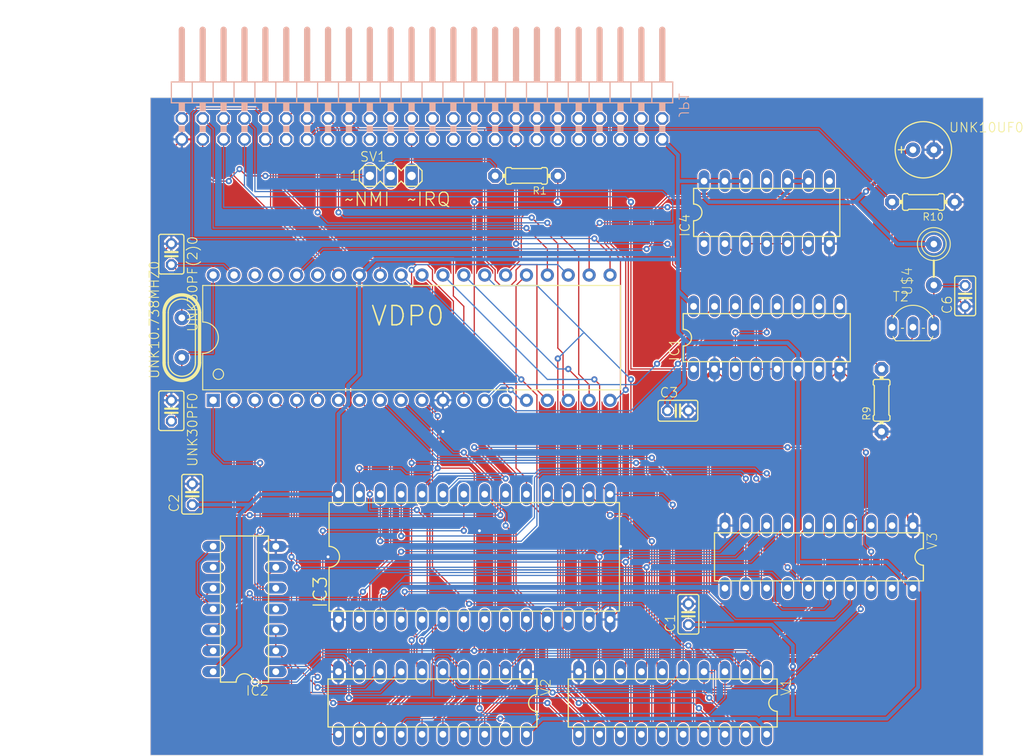
<source format=kicad_pcb>
(kicad_pcb (version 20240108) (generator "pcbnew") (generator_version "8.0")
  (layers (0 "F.Cu" signal) (31 "B.Cu" signal) (34 "B.Paste" user) (35 "F.Paste" user) (36 "B.SilkS" user "B.Silkscreen") (37 "F.SilkS" user "F.Silkscreen") (38 "B.Mask" user) (39 "F.Mask" user) (44 "Edge.Cuts" user))
  (net 0 "")
  (net 1 "GND")
  (net 2 "VCC")
  (net 3 "CLK")
  (net 4 "~{RST}")
  (net 5 "~{IRQ}")
  (net 6 "R/~{W}")
  (net 7 "A0")
  (net 8 "A14")
  (net 9 "A15")
  (net 10 "~{ROM}")
  (net 11 "~{READ}")
  (net 12 "~{WRITE}")
  (net 13 "A1")
  (net 14 "A2")
  (net 15 "A3")
  (net 16 "A4")
  (net 17 "A5")
  (net 18 "A6")
  (net 19 "A7")
  (net 20 "A8")
  (net 21 "A9")
  (net 22 "A10")
  (net 23 "A11")
  (net 24 "A12")
  (net 25 "A13")
  (net 26 "D0")
  (net 27 "D1")
  (net 28 "D2")
  (net 29 "D3")
  (net 30 "D4")
  (net 31 "D5")
  (net 32 "D6")
  (net 33 "D7")
  (net 34 "~{9800-9FFF}")
  (net 35 "~{9000-97FF}")
  (net 36 "~{8800-8FFF}")
  (net 37 "~{A000-A7FF}")
  (net 38 "~{A800-AFFF}")
  (net 39 "~{OEROM}")
  (net 40 "~{CSROM}")
  (net 41 "SCLK")
  (net 42 "VCC_2")
  (net 43 "EXTVID")
  (net 44 "EXTSND")
  (net 45 "AUDIO")
  (net 46 "POTX")
  (net 47 "POTY")
  (net 48 "N$93")
  (net 49 "N$94")
  (net 50 "N$64")
  (net 51 "N$63")
  (net 52 "~{CSW}")
  (net 53 "~{CSR}")
  (net 54 "N$1")
  (net 55 "AV0")
  (net 56 "AV1")
  (net 57 "AV2")
  (net 58 "AV3")
  (net 59 "AV4")
  (net 60 "AV5")
  (net 61 "AV6")
  (net 62 "AV7")
  (net 63 "WE")
  (net 64 "WR")
  (net 65 "RD")
  (net 66 "RAS")
  (net 67 "CAS")
  (net 68 "ROW")
  (net 69 "N$3")
  (net 70 "N$4")
  (net 71 "COL")
  (net 72 "VR0")
  (net 73 "VR1")
  (net 74 "VR2")
  (net 75 "VR3")
  (net 76 "VR4")
  (net 77 "VR5")
  (net 78 "VR6")
  (net 79 "VR7")
  (net 80 "N$19")
  (net 81 "VA0")
  (net 82 "VA1")
  (net 83 "VA2")
  (net 84 "VA3")
  (net 85 "VA4")
  (net 86 "VA5")
  (net 87 "VA6")
  (net 88 "VA7")
  (net 89 "VA8")
  (net 90 "VA9")
  (net 91 "VA10")
  (net 92 "VA11")
  (net 93 "VA12")
  (net 94 "VA13")
  (net 95 "N$2")
  (net 96 "N$5")
  (net 97 "N$6")
  (footprint "XPL-32 - Copy - Copy:C025-025X050_334" (layer "F.Cu") (at 102.9461 113.2536 90)
    (property "Reference" "C2")
    (property "Value" "0.1uF")
  )
  (footprint "XPL-32 - Copy - Copy:0204_7_420" (layer "F.Cu") (at 186.7661 101.8236 90)
    (property "Reference" "R9")
    (property "Value" "470")
  )
  (footprint "XPL-32 - Copy - Copy:DIL28-6_272" (layer "F.Cu") (at 137.2361 120.8736)
    (property "Reference" "IC3")
    (property "Value" "")
  )
  (footprint "XPL-32 - Copy - Copy:0204_7_420" (layer "F.Cu") (at 143.5861 74.5186 180)
    (property "Reference" "R1")
    (property "Value" "0")
  )
  (footprint "XPL-32 - Copy - Copy:C025-030X050" (layer "F.Cu") (at 100.4061 84.0436 -90)
    (property "Reference" "UNK30PF(2)0")
    (property "Value" "")
  )
  (footprint "XPL-32 - Copy - Copy:DIL20_84" (layer "F.Cu") (at 161.3661 138.6536 180)
    (property "Reference" "V1")
    (property "Value" "74574N")
  )
  (footprint "XPL-32 - Copy - Copy:DIL16_85" (layer "F.Cu") (at 172.7961 94.2036)
    (property "Reference" "IC1")
    (property "Value" "74HC138N")
  )
  (footprint "XPL-32 - Copy - Copy:DIL14_85" (layer "F.Cu") (at 109.2961 127.2236 90)
    (property "Reference" "IC2")
    (property "Value" "74HCT04N")
  )
  (footprint "XPL-32 - Copy - Copy:DIL14_88" (layer "F.Cu") (at 172.7961 78.9636)
    (property "Reference" "IC4")
    (property "Value" "74LS00N")
  )
  (footprint "XPL-32 - Copy - Copy:DIL20_84" (layer "F.Cu") (at 179.1461 120.8736 180)
    (property "Reference" "V3")
    (property "Value" "74574N")
  )
  (footprint "XPL-32 - Copy - Copy:0204_7_420" (layer "F.Cu") (at 191.8461 77.6936 180)
    (property "Reference" "R10")
    (property "Value" "75")
  )
  (footprint "XPL-32 - Copy - Copy:HC49_90" (layer "F.Cu") (at 101.6761 94.2036 90)
    (property "Reference" "UNK10.738MHZ0")
    (property "Value" "CRYSTALS-NOGND-HC49")
  )
  (footprint "XPL-32 - Copy - Copy:E2,5-7_420" (layer "F.Cu") (at 191.8461 71.3436)
    (property "Reference" "UNK10UF0")
    (property "Value" "")
  )
  (footprint "XPL-32 - Copy - Copy:DIL20_84" (layer "F.Cu") (at 132.1561 138.6536 180)
    (property "Reference" "V2")
    (property "Value" "74574N")
  )
  (footprint "XPL-32 - Copy - Copy:C025-030X050" (layer "F.Cu") (at 100.4061 103.0936 -90)
    (property "Reference" "UNK30PF0")
    (property "Value" "")
  )
  (footprint "XPL-32 - Copy - Copy:MA03-1_162" (layer "F.Cu") (at 127.0761 74.5186)
    (property "Reference" "SV1")
    (property "Value" "")
  )
  (footprint "XPL-32 - Copy - Copy:C025-025X050_334" (layer "F.Cu") (at 162.0011 103.0936)
    (property "Reference" "C3")
    (property "Value" "0.1uF")
  )
  (footprint "XPL-32 - Copy - Copy:C025-025X050_334" (layer "F.Cu") (at 163.2711 127.8586 90)
    (property "Reference" "C1")
    (property "Value" "0.1uF")
  )
  (footprint "XPL-32 - Copy - Copy:DIP-40" (layer "F.Cu") (at 128.3461 94.2036)
    (property "Reference" "VDP0")
    (property "Value" "TMS9918")
  )
  (footprint "XPL-32 - Copy - Copy:FB_420" (layer "F.Cu") (at 193.1161 85.3136 90)
    (property "Reference" "U$4")
    (property "Value" "FB" (hide yes))
  )
  (footprint "XPL-32 - Copy - Copy:C025-025X050_334" (layer "F.Cu") (at 196.9261 89.1236 90)
    (property "Reference" "C6")
    (property "Value" "0.1uF")
  )
  (footprint "XPL-32 - Copy - Copy:TO92-EBC-OVAL_420" (layer "F.Cu") (at 190.5761 91.6636)
    (property "Reference" "T2")
    (property "Value" "2N2222")
  )
  (footprint "XPL-32 - Copy - Copy:2X24_90_325" (layer "B.Cu") (at 130.8861 63.7236 180)
    (property "Reference" "JP1")
    (property "Value" "")
  )
  (gr_line (start 199.1361 65.0036) (end 97.8661 65.0036) (stroke (width 0.05)) (layer "Edge.Cuts"))
  (gr_line (start 199.1361 145.0036) (end 199.1361 65.0036) (stroke (width 0.05)) (layer "Edge.Cuts"))
  (gr_line (start 97.8661 145.0036) (end 199.1361 145.0036) (stroke (width 0.05)) (layer "Edge.Cuts"))
  (gr_line (start 97.8661 65.0036) (end 97.8661 145.0036) (stroke (width 0.05)) (layer "Edge.Cuts"))
  (gr_text "~IRQ" (at 128.9811 78.3286 0) (layer "F.SilkS") (effects (font (size 1.63576 1.63576) (thickness 0.14224)) (justify left bottom)))
  (gr_text "~NMI" (at 121.3611 78.3286 0) (layer "F.SilkS") (effects (font (size 1.63576 1.63576) (thickness 0.14224)) (justify left bottom)))
  (segment (start 111.8361 118.3336) (end 111.8361 96.7436) (width 0.1524) (layer "F.Cu") (net 1))
  (segment (start 119.4561 133.5736) (end 120.7261 134.8436) (width 0.1524) (layer "F.Cu") (net 1))
  (segment (start 135.3593 108.42495) (end 135.71475 108.7804) (width 0.1524) (layer "F.Cu") (net 1))
  (segment (start 135.3593 107.5668) (end 135.3593 108.42495) (width 0.1524) (layer "F.Cu") (net 1))
  (segment (start 167.7161 99.2836) (end 166.4461 98.0136) (width 0.1524) (layer "F.Cu") (net 1))
  (segment (start 149.9361 134.8436) (end 149.9361 136.7486) (width 0.1524) (layer "F.Cu") (net 1))
  (segment (start 155.0161 119.6036) (end 155.0161 127.2236) (width 0.1524) (layer "F.Cu") (net 1))
  (segment (start 186.7661 105.6336) (end 189.9411 108.8086) (width 0.1524) (layer "F.Cu") (net 1))
  (segment (start 167.7161 117.0636) (end 167.7161 111.9836) (width 0.1524) (layer "F.Cu") (net 1))
  (segment (start 120.7261 128.4936) (end 120.7261 134.8436) (width 0.1524) (layer "F.Cu") (net 1))
  (segment (start 137.6171 114.282238) (end 137.8711 114.536238) (width 0.1524) (layer "F.Cu") (net 1))
  (segment (start 189.9411 116.4286) (end 190.5761 117.0636) (width 0.1524) (layer "F.Cu") (net 1))
  (segment (start 111.8361 96.7436) (end 110.5661 95.4736) (width 0.1524) (layer "F.Cu") (net 1))
  (segment (start 100.4061 82.7736) (end 100.4061 71.3436) (width 0.1524) (layer "F.Cu") (net 1))
  (segment (start 100.4061 82.7736) (end 99.1361 84.0436) (width 0.1524) (layer "F.Cu") (net 1))
  (segment (start 155.0161 127.2236) (end 153.7461 128.4936) (width 0.1524) (layer "F.Cu") (net 1))
  (segment (start 153.1111 136.7486) (end 153.7461 136.1136) (width 0.1524) (layer "F.Cu") (net 1))
  (segment (start 100.4061 71.3436) (end 101.6761 70.0736) (width 0.1524) (layer "F.Cu") (net 1))
  (segment (start 149.9361 136.7486) (end 153.1111 136.7486) (width 0.1524) (layer "F.Cu") (net 1))
  (segment (start 167.7161 111.9836) (end 181.6861 98.0136) (width 0.1524) (layer "F.Cu") (net 1))
  (segment (start 135.71475 108.7804) (end 135.733956 108.7804) (width 0.1524) (layer "F.Cu") (net 1))
  (segment (start 195.6561 77.6936) (end 195.6561 89.1236) (width 0.1524) (layer "F.Cu") (net 1))
  (segment (start 180.4161 95.4736) (end 181.6861 96.7436) (width 0.1524) (layer "F.Cu") (net 1))
  (segment (start 99.1361 100.5536) (end 100.4061 101.8236) (width 0.1524) (layer "F.Cu") (net 1))
  (segment (start 133.4261 105.6336) (end 135.3593 107.5668) (width 0.1524) (layer "F.Cu") (net 1))
  (segment (start 167.7161 111.9836) (end 167.7161 99.2836) (width 0.1524) (layer "F.Cu") (net 1))
  (segment (start 135.733956 108.7804) (end 137.6171 110.663544) (width 0.1524) (layer "F.Cu") (net 1))
  (segment (start 113.1061 119.6036) (end 111.8361 118.3336) (width 0.1524) (layer "F.Cu") (net 1))
  (segment (start 110.5661 95.4736) (end 99.1361 95.4736) (width 0.1524) (layer "F.Cu") (net 1))
  (segment (start 99.1361 84.0436) (end 99.1361 95.4736) (width 0.1524) (layer "F.Cu") (net 1))
  (segment (start 195.6561 89.1236) (end 196.9261 90.3936) (width 0.1524) (layer "F.Cu") (net 1))
  (segment (start 180.4161 82.7736) (end 180.4161 95.4736) (width 0.1524) (layer "F.Cu") (net 1))
  (segment (start 181.6861 96.7436) (end 181.6861 98.0136) (width 0.1524) (layer "F.Cu") (net 1))
  (segment (start 137.6171 110.663544) (end 137.6171 114.282238) (width 0.1524) (layer "F.Cu") (net 1))
  (segment (start 189.9411 108.8086) (end 189.9411 116.4286) (width 0.1524) (layer "F.Cu") (net 1))
  (segment (start 99.1361 95.4736) (end 99.1361 100.5536) (width 0.1524) (layer "F.Cu") (net 1))
  (segment (start 186.7661 105.6336) (end 186.7661 103.0936) (width 0.1524) (layer "F.Cu") (net 1))
  (segment (start 186.7661 103.0936) (end 181.6861 98.0136) (width 0.1524) (layer "F.Cu") (net 1))
  (segment (start 137.8711 114.536238) (end 137.8711 117.6986) (width 0.1524) (layer "F.Cu") (net 1))
  (segment (start 166.4461 98.0136) (end 163.9061 100.5536) (width 0.4572) (layer "F.Cu") (net 1))
  (segment (start 153.7461 136.1136) (end 153.7461 128.4936) (width 0.1524) (layer "F.Cu") (net 1))
  (segment (start 119.4561 120.8736) (end 119.4561 133.5736) (width 0.1524) (layer "F.Cu") (net 1))
  (via (at 133.4261 105.6336) (size 0.7564) (drill 0.35) (layers "F.Cu" "B.Cu") (net 1))
  (via (at 119.4561 120.8736) (size 0.7564) (drill 0.35) (layers "F.Cu" "B.Cu") (net 1))
  (via (at 137.8711 117.6986) (size 0.7564) (drill 0.35) (layers "F.Cu" "B.Cu") (net 1))
  (via (at 155.0161 119.6036) (size 0.7564) (drill 0.35) (layers "F.Cu" "B.Cu") (net 1))
  (segment (start 117.5793 117.0918) (end 117.5511 117.0636) (width 0.1524) (layer "B.Cu") (net 1))
  (segment (start 117.5511 117.0636) (end 116.9161 117.6986) (width 0.1524) (layer "B.Cu") (net 1))
  (segment (start 118.1861 119.6036) (end 119.4561 120.8736) (width 0.1524) (layer "B.Cu") (net 1))
  (segment (start 135.3311 103.7286) (end 133.4261 105.6336) (width 0.1524) (layer "B.Cu") (net 1))
  (segment (start 136.82425 117.6986) (end 136.21745 117.0918) (width 0.1524) (layer "B.Cu") (net 1))
  (segment (start 182.9561 96.7436) (end 195.0211 96.7436) (width 0.1524) (layer "B.Cu") (net 1))
  (segment (start 167.7161 117.0636) (end 165.1761 119.6036) (width 0.1524) (layer "B.Cu") (net 1))
  (segment (start 137.8711 117.6986) (end 136.82425 117.6986) (width 0.1524) (layer "B.Cu") (net 1))
  (segment (start 196.9261 94.8386) (end 196.9261 90.3936) (width 0.1524) (layer "B.Cu") (net 1))
  (segment (start 136.21745 117.0918) (end 117.5793 117.0918) (width 0.1524) (layer "B.Cu") (net 1))
  (segment (start 181.6861 98.0136) (end 182.9561 96.7436) (width 0.1524) (layer "B.Cu") (net 1))
  (segment (start 116.9161 119.6036) (end 118.1861 119.6036) (width 0.1524) (layer "B.Cu") (net 1))
  (segment (start 133.4261 101.8236) (end 135.3311 103.7286) (width 0.1524) (layer "B.Cu") (net 1))
  (segment (start 155.0161 119.6036) (end 120.7261 119.6036) (width 0.1524) (layer "B.Cu") (net 1))
  (segment (start 116.9161 117.6986) (end 116.9161 119.6036) (width 0.1524) (layer "B.Cu") (net 1))
  (segment (start 113.1061 119.6036) (end 116.9161 119.6036) (width 0.1524) (layer "B.Cu") (net 1))
  (segment (start 149.9361 134.8436) (end 143.5861 134.8436) (width 0.1524) (layer "B.Cu") (net 1))
  (segment (start 195.0211 96.7436) (end 196.9261 94.8386) (width 0.1524) (layer "B.Cu") (net 1))
  (segment (start 165.1761 119.6036) (end 155.0161 119.6036) (width 0.1524) (layer "B.Cu") (net 1))
  (segment (start 120.7261 119.6036) (end 119.4561 120.8736) (width 0.1524) (layer "B.Cu") (net 1))
  (segment (start 175.9711 134.2086) (end 175.9711 136.7486) (width 0.4572) (layer "F.Cu") (net 2))
  (segment (start 189.9411 71.3436) (end 190.5761 71.3436) (width 0.4572) (layer "F.Cu") (net 2))
  (segment (start 184.8611 76.4236) (end 189.9411 71.3436) (width 0.4572) (layer "F.Cu") (net 2))
  (via (at 175.9711 136.7486) (size 0.7564) (drill 0.35) (layers "F.Cu" "B.Cu") (net 2))
  (via (at 175.9711 134.2086) (size 0.7564) (drill 0.35) (layers "F.Cu" "B.Cu") (net 2))
  (via (at 184.8611 76.4236) (size 0.7564) (drill 0.35) (layers "F.Cu" "B.Cu") (net 2))
  (segment (start 162.6361 94.2036) (end 163.2711 94.8386) (width 0.4572) (layer "B.Cu") (net 2))
  (segment (start 108.6611 115.7936) (end 109.9311 114.5236) (width 0.4572) (layer "B.Cu") (net 2))
  (segment (start 105.4861 134.8436) (end 108.6611 131.6686) (width 0.4572) (layer "B.Cu") (net 2))
  (segment (start 162.0011 75.1536) (end 165.1761 75.1536) (width 0.4572) (layer "B.Cu") (net 2))
  (segment (start 190.5761 124.6836) (end 187.4011 121.5086) (width 0.4572) (layer "B.Cu") (net 2))
  (segment (start 167.7161 75.1536) (end 170.2561 75.1536) (width 0.4572) (layer "B.Cu") (net 2))
  (segment (start 172.1611 140.5586) (end 175.9711 140.5586) (width 0.4572) (layer "B.Cu") (net 2))
  (segment (start 123.2661 86.5836) (end 123.2661 98.6486) (width 0.4572) (layer "B.Cu") (net 2))
  (segment (start 162.0011 93.5686) (end 162.6361 94.2036) (width 0.4572) (layer "B.Cu") (net 2))
  (segment (start 187.4011 140.5586) (end 191.2111 136.7486) (width 0.4572) (layer "B.Cu") (net 2))
  (segment (start 175.9711 131.6686) (end 175.9711 134.2086) (width 0.4572) (layer "B.Cu") (net 2))
  (segment (start 172.7961 141.8286) (end 172.7961 142.4636) (width 0.4572) (layer "B.Cu") (net 2))
  (segment (start 111.2011 113.2536) (end 120.7261 113.2536) (width 0.4572) (layer "B.Cu") (net 2))
  (segment (start 176.6061 96.1086) (end 176.6061 97.3786) (width 0.4572) (layer "B.Cu") (net 2))
  (segment (start 176.6061 97.3786) (end 176.6061 98.0136) (width 0.1524) (layer "B.Cu") (net 2))
  (segment (start 191.2111 136.7486) (end 191.2111 125.3186) (width 0.4572) (layer "B.Cu") (net 2))
  (segment (start 187.4011 121.5086) (end 176.6061 121.5086) (width 0.4572) (layer "B.Cu") (net 2))
  (segment (start 120.7261 103.493932) (end 120.7261 113.2536) (width 0.4572) (layer "B.Cu") (net 2))
  (segment (start 176.6061 121.5086) (end 176.6061 98.0136) (width 0.4572) (layer "B.Cu") (net 2))
  (segment (start 162.0011 84.6786) (end 162.0011 85.9486) (width 0.4572) (layer "B.Cu") (net 2))
  (segment (start 175.3361 94.8386) (end 176.6061 96.1086) (width 0.4572) (layer "B.Cu") (net 2))
  (segment (start 193.1161 82.8136) (end 188.7111 82.8136) (width 0.4572) (layer "B.Cu") (net 2))
  (segment (start 163.2711 129.1286) (end 173.4311 129.1286) (width 0.4572) (layer "B.Cu") (net 2))
  (segment (start 143.5861 142.4636) (end 145.4911 140.5586) (width 0.4572) (layer "B.Cu") (net 2))
  (segment (start 175.3361 75.1536) (end 177.8761 75.1536) (width 0.4572) (layer "B.Cu") (net 2))
  (segment (start 165.1761 75.1536) (end 165.1761 77.0586) (width 0.4572) (layer "B.Cu") (net 2))
  (segment (start 162.0011 85.9486) (end 162.0011 88.4886) (width 0.4572) (layer "B.Cu") (net 2))
  (segment (start 162.0011 71.9786) (end 162.0011 75.1536) (width 0.4572) (layer "B.Cu") (net 2))
  (segment (start 121.9072 102.312832) (end 120.7261 103.493932) (width 0.4572) (layer "B.Cu") (net 2))
  (segment (start 145.4911 140.5586) (end 171.5261 140.5586) (width 0.4572) (layer "B.Cu") (net 2))
  (segment (start 188.7111 82.8136) (end 183.5911 77.6936) (width 0.4572) (layer "B.Cu") (net 2))
  (segment (start 162.6361 96.939925) (end 162.6361 94.2036) (width 0.4572) (layer "B.Cu") (net 2))
  (segment (start 175.9711 140.5586) (end 187.4011 140.5586) (width 0.4572) (layer "B.Cu") (net 2))
  (segment (start 163.2711 94.8386) (end 175.3361 94.8386) (width 0.4572) (layer "B.Cu") (net 2))
  (segment (start 171.8436 140.8761) (end 172.1611 140.5586) (width 0.4572) (layer "B.Cu") (net 2))
  (segment (start 162.0011 75.1536) (end 162.0011 84.6786) (width 0.4572) (layer "B.Cu") (net 2))
  (segment (start 175.9711 136.7486) (end 175.9711 140.5586) (width 0.4572) (layer "B.Cu") (net 2))
  (segment (start 191.2111 125.3186) (end 190.5761 124.6836) (width 0.4572) (layer "B.Cu") (net 2))
  (segment (start 165.1761 75.1536) (end 167.7161 75.1536) (width 0.4572) (layer "B.Cu") (net 2))
  (segment (start 125.1711 84.6786) (end 162.0011 84.6786) (width 0.4572) (layer "B.Cu") (net 2))
  (segment (start 162.7603 97.064125) (end 162.6361 96.939925) (width 0.4572) (layer "B.Cu") (net 2))
  (segment (start 171.8436 140.8761) (end 172.7961 141.8286) (width 0.4572) (layer "B.Cu") (net 2))
  (segment (start 102.9461 114.5236) (end 109.9311 114.5236) (width 0.4572) (layer "B.Cu") (net 2))
  (segment (start 121.9072 100.0075) (end 121.9072 102.312832) (width 0.4572) (layer "B.Cu") (net 2))
  (segment (start 162.7603 99.7944) (end 162.7603 97.064125) (width 0.4572) (layer "B.Cu") (net 2))
  (segment (start 108.6611 131.6686) (end 108.6611 115.7936) (width 0.4572) (layer "B.Cu") (net 2))
  (segment (start 163.9061 90.3936) (end 162.0011 88.4886) (width 0.4572) (layer "B.Cu") (net 2))
  (segment (start 160.7311 103.0936) (end 160.7311 101.8236) (width 0.4572) (layer "B.Cu") (net 2))
  (segment (start 162.0011 88.4886) (end 162.0011 93.5686) (width 0.4572) (layer "B.Cu") (net 2))
  (segment (start 165.8111 77.6936) (end 173.4311 77.6936) (width 0.4572) (layer "B.Cu") (net 2))
  (segment (start 160.0961 70.0736) (end 162.0011 71.9786) (width 0.4572) (layer "B.Cu") (net 2))
  (segment (start 183.5911 77.6936) (end 184.8611 76.4236) (width 0.4572) (layer "B.Cu") (net 2))
  (segment (start 109.9311 114.5236) (end 111.2011 113.2536) (width 0.4572) (layer "B.Cu") (net 2))
  (segment (start 173.4311 129.1286) (end 175.9711 131.6686) (width 0.4572) (layer "B.Cu") (net 2))
  (segment (start 123.2661 86.5836) (end 125.1711 84.6786) (width 0.4572) (layer "B.Cu") (net 2))
  (segment (start 175.3361 76.4236) (end 175.3361 75.1536) (width 0.4572) (layer "B.Cu") (net 2))
  (segment (start 123.2661 98.6486) (end 121.9072 100.0075) (width 0.4572) (layer "B.Cu") (net 2))
  (segment (start 165.1761 77.0586) (end 165.8111 77.6936) (width 0.4572) (layer "B.Cu") (net 2))
  (segment (start 183.5911 77.6936) (end 173.4311 77.6936) (width 0.4572) (layer "B.Cu") (net 2))
  (segment (start 160.7311 101.8236) (end 162.7603 99.7944) (width 0.4572) (layer "B.Cu") (net 2))
  (segment (start 174.0661 77.6936) (end 175.3361 76.4236) (width 0.4572) (layer "B.Cu") (net 2))
  (segment (start 173.4311 77.6936) (end 174.0661 77.6936) (width 0.4572) (layer "B.Cu") (net 2))
  (segment (start 171.5261 140.5586) (end 171.8436 140.8761) (width 0.4572) (layer "B.Cu") (net 2))
  (segment (start 164.5411 78.3286) (end 165.1761 78.9636) (width 0.1524) (layer "F.Cu") (net 3))
  (segment (start 160.7311 78.3286) (end 164.5411 78.3286) (width 0.1524) (layer "F.Cu") (net 3))
  (segment (start 165.1761 78.9636) (end 165.1761 82.7736) (width 0.1524) (layer "F.Cu") (net 3))
  (via (at 160.7311 78.3286) (size 0.7564) (drill 0.35) (layers "F.Cu" "B.Cu") (net 3))
  (segment (start 160.7311 78.3286) (end 106.7561 78.3286) (width 0.1524) (layer "B.Cu") (net 3))
  (segment (start 106.7561 78.3286) (end 106.7561 70.0736) (width 0.1524) (layer "B.Cu") (net 3))
  (segment (start 112.4711 70.7086) (end 111.8361 70.0736) (width 0.1524) (layer "F.Cu") (net 4))
  (segment (start 120.7261 86.5836) (end 112.4711 78.3286) (width 0.1524) (layer "F.Cu") (net 4))
  (segment (start 112.4711 78.3286) (end 112.4711 70.7086) (width 0.1524) (layer "F.Cu") (net 4))
  (segment (start 141.6811 100.5536) (end 137.2361 96.1086) (width 0.1524) (layer "F.Cu") (net 5))
  (segment (start 147.3961 77.6936) (end 147.3961 74.5186) (width 0.1524) (layer "F.Cu") (net 5))
  (segment (start 137.2361 96.1086) (end 137.2361 77.6936) (width 0.1524) (layer "F.Cu") (net 5))
  (via (at 137.2361 77.6936) (size 0.7564) (drill 0.35) (layers "F.Cu" "B.Cu") (net 5))
  (via (at 147.3961 77.6936) (size 0.7564) (drill 0.35) (layers "F.Cu" "B.Cu") (net 5))
  (via (at 141.6811 100.5536) (size 0.7564) (drill 0.35) (layers "F.Cu" "B.Cu") (net 5))
  (segment (start 143.5861 101.8236) (end 142.9511 101.8236) (width 0.1524) (layer "B.Cu") (net 5))
  (segment (start 142.9511 101.8236) (end 141.6811 100.5536) (width 0.1524) (layer "B.Cu") (net 5))
  (segment (start 137.2361 77.6936) (end 147.3961 77.6936) (width 0.1524) (layer "B.Cu") (net 5))
  (segment (start 156.2861 77.6936) (end 156.2861 98.0136) (width 0.1524) (layer "F.Cu") (net 6))
  (segment (start 156.2861 98.0136) (end 163.9061 98.0136) (width 0.1524) (layer "F.Cu") (net 6))
  (via (at 156.2861 77.6936) (size 0.7564) (drill 0.35) (layers "F.Cu" "B.Cu") (net 6))
  (segment (start 109.2961 70.0736) (end 109.2961 75.7886) (width 0.1524) (layer "B.Cu") (net 6))
  (segment (start 109.2961 75.7886) (end 110.5661 77.0586) (width 0.1524) (layer "B.Cu") (net 6))
  (segment (start 110.5661 77.0586) (end 155.6511 77.0586) (width 0.1524) (layer "B.Cu") (net 6))
  (segment (start 155.6511 77.0586) (end 156.2861 77.6936) (width 0.1524) (layer "B.Cu") (net 6))
  (segment (start 113.1061 66.2636) (end 102.9461 66.2636) (width 0.1524) (layer "F.Cu") (net 7))
  (segment (start 122.6311 84.6786) (end 113.1061 75.1536) (width 0.1524) (layer "F.Cu") (net 7))
  (segment (start 102.9461 66.2636) (end 101.6761 67.5336) (width 0.1524) (layer "F.Cu") (net 7))
  (segment (start 135.9661 90.3936) (end 134.6961 89.1236) (width 0.1524) (layer "F.Cu") (net 7))
  (segment (start 135.9661 101.8236) (end 135.9661 90.3936) (width 0.1524) (layer "F.Cu") (net 7))
  (segment (start 113.1061 75.1536) (end 113.1061 66.2636) (width 0.1524) (layer "F.Cu") (net 7))
  (segment (start 134.6961 89.1236) (end 134.6961 84.6786) (width 0.1524) (layer "F.Cu") (net 7))
  (segment (start 134.6961 84.6786) (end 122.6311 84.6786) (width 0.1524) (layer "F.Cu") (net 7))
  (segment (start 144.8561 85.3136) (end 142.9511 85.3136) (width 0.1524) (layer "F.Cu") (net 26))
  (segment (start 139.7761 87.2186) (end 139.7761 85.9486) (width 0.1524) (layer "F.Cu") (net 26))
  (segment (start 142.3161 87.2186) (end 141.6811 87.8536) (width 0.1524) (layer "F.Cu") (net 26))
  (segment (start 123.2661 68.8036) (end 121.9961 67.5336) (width 0.1524) (layer "F.Cu") (net 26))
  (segment (start 142.9511 85.3136) (end 142.3161 85.9486) (width 0.1524) (layer "F.Cu") (net 26))
  (segment (start 144.8561 100.5536) (end 144.8561 85.3136) (width 0.1524) (layer "F.Cu") (net 26))
  (segment (start 138.5061 68.8036) (end 123.2661 68.8036) (width 0.1524) (layer "F.Cu") (net 26))
  (segment (start 146.1261 101.8236) (end 144.8561 100.5536) (width 0.1524) (layer "F.Cu") (net 26))
  (segment (start 138.5061 84.6786) (end 138.5061 68.8036) (width 0.1524) (layer "F.Cu") (net 26))
  (segment (start 140.4111 87.8536) (end 139.7761 87.2186) (width 0.1524) (layer "F.Cu") (net 26))
  (segment (start 142.3161 85.9486) (end 142.3161 87.2186) (width 0.1524) (layer "F.Cu") (net 26))
  (segment (start 141.6811 87.8536) (end 140.4111 87.8536) (width 0.1524) (layer "F.Cu") (net 26))
  (segment (start 139.7761 85.9486) (end 138.5061 84.6786) (width 0.1524) (layer "F.Cu") (net 26))
  (segment (start 148.0311 101.1886) (end 148.0311 96.1086) (width 0.1524) (layer "F.Cu") (net 27))
  (segment (start 148.6661 101.8236) (end 148.0311 101.1886) (width 0.1524) (layer "F.Cu") (net 27))
  (segment (start 120.7261 68.8036) (end 119.4561 67.5336) (width 0.1524) (layer "F.Cu") (net 27))
  (segment (start 147.3961 95.4736) (end 147.3961 82.7736) (width 0.1524) (layer "F.Cu") (net 27))
  (segment (start 147.3961 82.7736) (end 144.2211 79.5986) (width 0.1524) (layer "F.Cu") (net 27))
  (segment (start 148.0311 96.1086) (end 147.3961 95.4736) (width 0.1524) (layer "F.Cu") (net 27))
  (segment (start 120.7261 78.9636) (end 120.7261 68.8036) (width 0.1524) (layer "F.Cu") (net 27))
  (via (at 144.2211 79.5986) (size 0.7564) (drill 0.35) (layers "F.Cu" "B.Cu") (net 27))
  (via (at 120.7261 78.9636) (size 0.7564) (drill 0.35) (layers "F.Cu" "B.Cu") (net 27))
  (segment (start 121.3611 79.5986) (end 120.7261 78.9636) (width 0.1524) (layer "B.Cu") (net 27))
  (segment (start 144.2211 79.5986) (end 121.3611 79.5986) (width 0.1524) (layer "B.Cu") (net 27))
  (segment (start 151.2061 99.9186) (end 149.9361 98.6486) (width 0.1524) (layer "F.Cu") (net 28))
  (segment (start 149.9361 98.6486) (end 149.9361 84.0436) (width 0.1524) (layer "F.Cu") (net 28))
  (segment (start 118.1861 68.8036) (end 116.9161 67.5336) (width 0.1524) (layer "F.Cu") (net 28))
  (segment (start 149.9361 84.0436) (end 146.1261 80.2336) (width 0.1524) (layer "F.Cu") (net 28))
  (segment (start 151.2061 101.8236) (end 151.2061 99.9186) (width 0.1524) (layer "F.Cu") (net 28))
  (segment (start 118.1861 78.9636) (end 118.1861 68.8036) (width 0.1524) (layer "F.Cu") (net 28))
  (via (at 118.1861 78.9636) (size 0.7564) (drill 0.35) (layers "F.Cu" "B.Cu") (net 28))
  (via (at 146.1261 80.2336) (size 0.7564) (drill 0.35) (layers "F.Cu" "B.Cu") (net 28))
  (segment (start 146.1261 80.2336) (end 119.4561 80.2336) (width 0.1524) (layer "B.Cu") (net 28))
  (segment (start 119.4561 80.2336) (end 118.1861 78.9636) (width 0.1524) (layer "B.Cu") (net 28))
  (segment (start 155.6511 84.6786) (end 153.7461 82.7736) (width 0.1524) (layer "F.Cu") (net 29))
  (segment (start 115.6461 66.2636) (end 114.3761 67.5336) (width 0.1524) (layer "F.Cu") (net 29))
  (segment (start 153.7461 66.2636) (end 115.6461 66.2636) (width 0.1524) (layer "F.Cu") (net 29))
  (segment (start 153.7461 82.7736) (end 153.7461 66.2636) (width 0.1524) (layer "F.Cu") (net 29))
  (segment (start 155.6511 100.5536) (end 155.6511 84.6786) (width 0.1524) (layer "F.Cu") (net 29))
  (via (at 155.6511 100.5536) (size 0.7564) (drill 0.35) (layers "F.Cu" "B.Cu") (net 29))
  (segment (start 154.3811 101.8236) (end 155.6511 100.5536) (width 0.1524) (layer "B.Cu") (net 29))
  (segment (start 153.7461 101.8236) (end 154.3811 101.8236) (width 0.1524) (layer "B.Cu") (net 29))
  (segment (start 153.7461 84.0436) (end 151.8411 82.1386) (width 0.1524) (layer "F.Cu") (net 30))
  (segment (start 153.7461 86.5836) (end 153.7461 84.0436) (width 0.1524) (layer "F.Cu") (net 30))
  (via (at 151.8411 82.1386) (size 0.7564) (drill 0.35) (layers "F.Cu" "B.Cu") (net 30))
  (segment (start 110.5661 66.2636) (end 111.8361 67.5336) (width 0.1524) (layer "B.Cu") (net 30))
  (segment (start 102.9461 82.1386) (end 102.9461 66.8986) (width 0.1524) (layer "B.Cu") (net 30))
  (segment (start 151.8411 82.1386) (end 102.9461 82.1386) (width 0.1524) (layer "B.Cu") (net 30))
  (segment (start 103.5811 66.2636) (end 110.5661 66.2636) (width 0.1524) (layer "B.Cu") (net 30))
  (segment (start 102.9461 66.8986) (end 103.5811 66.2636) (width 0.1524) (layer "B.Cu") (net 30))
  (segment (start 151.2061 86.5836) (end 151.2061 81.5036) (width 0.1524) (layer "F.Cu") (net 31))
  (segment (start 151.2061 81.5036) (end 152.4761 80.2336) (width 0.1524) (layer "F.Cu") (net 31))
  (via (at 152.4761 80.2336) (size 0.7564) (drill 0.35) (layers "F.Cu" "B.Cu") (net 31))
  (segment (start 161.3661 80.2336) (end 161.3661 77.6936) (width 0.1524) (layer "B.Cu") (net 31))
  (segment (start 152.4761 80.2336) (end 161.3661 80.2336) (width 0.1524) (layer "B.Cu") (net 31))
  (segment (start 160.0961 76.4236) (end 110.5661 76.4236) (width 0.1524) (layer "B.Cu") (net 31))
  (segment (start 110.5661 68.8036) (end 109.2961 67.5336) (width 0.1524) (layer "B.Cu") (net 31))
  (segment (start 161.3661 77.6936) (end 160.0961 76.4236) (width 0.1524) (layer "B.Cu") (net 31))
  (segment (start 110.5661 76.4236) (end 110.5661 68.8036) (width 0.1524) (layer "B.Cu") (net 31))
  (segment (start 129.6161 85.9486) (end 129.6161 87.8536) (width 0.1524) (layer "F.Cu") (net 32))
  (segment (start 108.0261 74.5186) (end 108.0261 68.8036) (width 0.1524) (layer "F.Cu") (net 32))
  (segment (start 119.4561 87.2186) (end 119.4561 85.9486) (width 0.1524) (layer "F.Cu") (net 32))
  (segment (start 120.0911 87.8536) (end 119.4561 87.2186) (width 0.1524) (layer "F.Cu") (net 32))
  (segment (start 108.0261 68.8036) (end 106.7561 67.5336) (width 0.1524) (layer "F.Cu") (net 32))
  (segment (start 119.4561 85.9486) (end 108.0261 74.5186) (width 0.1524) (layer "F.Cu") (net 32))
  (segment (start 129.6161 87.8536) (end 120.0911 87.8536) (width 0.1524) (layer "F.Cu") (net 32))
  (via (at 129.6161 85.9486) (size 0.7564) (drill 0.35) (layers "F.Cu" "B.Cu") (net 32))
  (segment (start 147.3961 85.3136) (end 130.2511 85.3136) (width 0.1524) (layer "B.Cu") (net 32))
  (segment (start 130.2511 85.3136) (end 129.6161 85.9486) (width 0.1524) (layer "B.Cu") (net 32))
  (segment (start 148.6661 86.5836) (end 147.3961 85.3136) (width 0.1524) (layer "B.Cu") (net 32))
  (segment (start 146.1261 86.5836) (end 146.1261 83.4086) (width 0.1524) (layer "F.Cu") (net 33))
  (segment (start 146.1261 83.4086) (end 143.5861 80.8686) (width 0.1524) (layer "F.Cu") (net 33))
  (via (at 143.5861 80.8686) (size 0.7564) (drill 0.35) (layers "F.Cu" "B.Cu") (net 33))
  (segment (start 143.5861 80.8686) (end 105.4861 80.8686) (width 0.1524) (layer "B.Cu") (net 33))
  (segment (start 105.4861 68.8036) (end 104.2161 67.5336) (width 0.1524) (layer "B.Cu") (net 33))
  (segment (start 105.4861 80.8686) (end 105.4861 68.8036) (width 0.1524) (layer "B.Cu") (net 33))
  (segment (start 174.0661 98.0136) (end 172.7961 98.0136) (width 0.1524) (layer "F.Cu") (net 36))
  (segment (start 161.3661 85.3136) (end 162.0011 85.9486) (width 0.1524) (layer "F.Cu") (net 36))
  (segment (start 162.0011 85.9486) (end 170.2561 85.9486) (width 0.1524) (layer "F.Cu") (net 36))
  (segment (start 172.7961 98.0136) (end 171.5261 98.0136) (width 0.1524) (layer "F.Cu") (net 36))
  (segment (start 161.3661 83.4086) (end 161.3661 85.3136) (width 0.1524) (layer "F.Cu") (net 36))
  (segment (start 170.2561 91.6636) (end 170.2561 85.9486) (width 0.1524) (layer "F.Cu") (net 36))
  (segment (start 171.5261 98.0136) (end 171.5261 92.9336) (width 0.1524) (layer "F.Cu") (net 36))
  (segment (start 170.2561 85.3136) (end 167.7161 82.7736) (width 0.1524) (layer "F.Cu") (net 36))
  (segment (start 160.7311 82.7736) (end 161.3661 83.4086) (width 0.1524) (layer "F.Cu") (net 36))
  (segment (start 171.5261 92.9336) (end 170.2561 91.6636) (width 0.1524) (layer "F.Cu") (net 36))
  (segment (start 142.3161 82.7736) (end 142.3161 70.0736) (width 0.1524) (layer "F.Cu") (net 36))
  (segment (start 170.2561 85.9486) (end 170.2561 85.3136) (width 0.1524) (layer "F.Cu") (net 36))
  (via (at 160.7311 82.7736) (size 0.7564) (drill 0.35) (layers "F.Cu" "B.Cu") (net 36))
  (via (at 142.3161 82.7736) (size 0.7564) (drill 0.35) (layers "F.Cu" "B.Cu") (net 36))
  (segment (start 142.3161 82.7736) (end 160.7311 82.7736) (width 0.1524) (layer "B.Cu") (net 36))
  (segment (start 188.0361 77.6936) (end 188.0361 92.9336) (width 0.1524) (layer "F.Cu") (net 43))
  (segment (start 188.0361 77.6936) (end 179.1461 68.8036) (width 0.1524) (layer "B.Cu") (net 43))
  (segment (start 179.1461 68.8036) (end 118.1861 68.8036) (width 0.1524) (layer "B.Cu") (net 43))
  (segment (start 118.1861 68.8036) (end 116.9161 70.0736) (width 0.1524) (layer "B.Cu") (net 43))
  (segment (start 101.6761 103.0936) (end 100.4061 104.3636) (width 0.1524) (layer "F.Cu") (net 48))
  (segment (start 101.6761 96.7436) (end 101.6761 96.6166) (width 0.1524) (layer "F.Cu") (net 48))
  (segment (start 101.6761 96.7436) (end 101.6761 103.0936) (width 0.1524) (layer "F.Cu") (net 48))
  (segment (start 101.6761 96.1086) (end 105.4861 96.1086) (width 0.1524) (layer "B.Cu") (net 48))
  (segment (start 101.6761 96.1086) (end 101.6761 96.6166) (width 0.1524) (layer "B.Cu") (net 48))
  (segment (start 105.4861 96.1086) (end 105.4861 86.5836) (width 0.1524) (layer "B.Cu") (net 48))
  (segment (start 101.6761 91.6636) (end 101.6761 86.5836) (width 0.1524) (layer "F.Cu") (net 49))
  (segment (start 101.6761 91.6636) (end 101.6761 91.7906) (width 0.1524) (layer "F.Cu") (net 49))
  (segment (start 101.6761 86.5836) (end 100.4061 85.3136) (width 0.1524) (layer "F.Cu") (net 49))
  (segment (start 100.4061 85.3136) (end 106.7561 85.3136) (width 0.1524) (layer "B.Cu") (net 49))
  (segment (start 106.7561 85.3136) (end 108.0261 86.5836) (width 0.1524) (layer "B.Cu") (net 49))
  (segment (start 185.4961 80.2336) (end 185.4961 94.8386) (width 0.1524) (layer "F.Cu") (net 50))
  (segment (start 190.5761 94.2036) (end 190.5761 92.9336) (width 0.1524) (layer "F.Cu") (net 50))
  (segment (start 182.3211 77.0586) (end 185.4961 80.2336) (width 0.1524) (layer "F.Cu") (net 50))
  (segment (start 189.9411 94.8386) (end 190.5761 94.2036) (width 0.1524) (layer "F.Cu") (net 50))
  (segment (start 185.4961 94.8386) (end 189.9411 94.8386) (width 0.1524) (layer "F.Cu") (net 50))
  (segment (start 182.3211 77.0586) (end 160.7311 77.0586) (width 0.1524) (layer "F.Cu") (net 50))
  (segment (start 185.4961 94.8386) (end 185.4961 96.7436) (width 0.1524) (layer "F.Cu") (net 50))
  (segment (start 160.7311 77.0586) (end 158.8261 78.9636) (width 0.1524) (layer "F.Cu") (net 50))
  (segment (start 158.8261 82.7736) (end 158.1911 83.4086) (width 0.1524) (layer "F.Cu") (net 50))
  (segment (start 185.4961 96.7436) (end 186.7661 98.0136) (width 0.1524) (layer "F.Cu") (net 50))
  (segment (start 158.8261 78.9636) (end 158.8261 82.7736) (width 0.1524) (layer "F.Cu") (net 50))
  (via (at 158.1911 83.4086) (size 0.7564) (drill 0.35) (layers "F.Cu" "B.Cu") (net 50))
  (segment (start 118.8211 83.4086) (end 115.6461 86.5836) (width 0.1524) (layer "B.Cu") (net 50))
  (segment (start 158.1911 83.4086) (end 118.8211 83.4086) (width 0.1524) (layer "B.Cu") (net 50))
  (segment (start 193.1161 87.8536) (end 193.1161 87.8136) (width 0.1524) (layer "F.Cu") (net 51))
  (segment (start 193.1161 87.8536) (end 193.1161 92.9336) (width 0.1524) (layer "F.Cu") (net 51))
  (segment (start 193.1161 87.8536) (end 196.9261 87.8536) (width 0.1524) (layer "B.Cu") (net 51))
  (segment (start 193.1161 87.8536) (end 193.1161 87.8136) (width 0.1524) (layer "B.Cu") (net 51))
  (segment (start 159.4611 97.3786) (end 166.4461 90.3936) (width 0.1524) (layer "F.Cu") (net 52))
  (via (at 159.4611 97.3786) (size 0.7564) (drill 0.35) (layers "F.Cu" "B.Cu") (net 52))
  (segment (start 140.4111 99.9186) (end 156.9211 99.9186) (width 0.1524) (layer "B.Cu") (net 52))
  (segment (start 156.9211 99.9186) (end 159.4611 97.3786) (width 0.1524) (layer "B.Cu") (net 52))
  (segment (start 138.5061 101.8236) (end 140.4111 99.9186) (width 0.1524) (layer "B.Cu") (net 52))
  (segment (start 162.0011 97.3786) (end 168.9861 90.3936) (width 0.1524) (layer "F.Cu") (net 53))
  (via (at 162.0011 97.3786) (size 0.7564) (drill 0.35) (layers "F.Cu" "B.Cu") (net 53))
  (segment (start 141.0461 101.8236) (end 142.3161 103.0936) (width 0.1524) (layer "B.Cu") (net 53))
  (segment (start 156.2861 103.0936) (end 162.0011 97.3786) (width 0.1524) (layer "B.Cu") (net 53))
  (segment (start 142.3161 103.0936) (end 156.2861 103.0936) (width 0.1524) (layer "B.Cu") (net 53))
  (segment (start 168.9861 93.5686) (end 168.9861 98.0136) (width 0.1524) (layer "F.Cu") (net 54))
  (segment (start 172.7961 87.8536) (end 172.7961 93.5686) (width 0.1524) (layer "F.Cu") (net 54))
  (segment (start 177.8761 82.7736) (end 172.7961 87.8536) (width 0.1524) (layer "F.Cu") (net 54))
  (via (at 168.9861 93.5686) (size 0.7564) (drill 0.35) (layers "F.Cu" "B.Cu") (net 54))
  (via (at 172.7961 93.5686) (size 0.7564) (drill 0.35) (layers "F.Cu" "B.Cu") (net 54))
  (segment (start 172.7961 93.5686) (end 168.9861 93.5686) (width 0.1524) (layer "B.Cu") (net 54))
  (segment (start 139.7761 133.5736) (end 139.7761 111.9836) (width 0.1524) (layer "F.Cu") (net 55))
  (segment (start 139.7761 111.9836) (end 135.9661 108.1736) (width 0.1524) (layer "F.Cu") (net 55))
  (segment (start 170.2561 132.9386) (end 179.7811 132.9386) (width 0.1524) (layer "F.Cu") (net 55))
  (segment (start 186.7661 125.9536) (end 186.7661 118.3336) (width 0.1524) (layer "F.Cu") (net 55))
  (segment (start 179.7811 132.9386) (end 186.7661 125.9536) (width 0.1524) (layer "F.Cu") (net 55))
  (segment (start 141.0461 134.8436) (end 139.7761 133.5736) (width 0.1524) (layer "F.Cu") (net 55))
  (segment (start 186.7661 118.3336) (end 188.0361 117.0636) (width 0.1524) (layer "F.Cu") (net 55))
  (segment (start 170.2561 134.8436) (end 170.2561 132.9386) (width 0.1524) (layer "F.Cu") (net 55))
  (via (at 135.9661 108.1736) (size 0.7564) (drill 0.35) (layers "F.Cu" "B.Cu") (net 55))
  (segment (start 142.9511 132.9386) (end 141.0461 134.8436) (width 0.1524) (layer "B.Cu") (net 55))
  (segment (start 168.3511 132.9386) (end 142.9511 132.9386) (width 0.1524) (layer "B.Cu") (net 55))
  (segment (start 134.6961 108.1736) (end 128.3461 101.8236) (width 0.1524) (layer "B.Cu") (net 55))
  (segment (start 135.9661 108.1736) (end 134.6961 108.1736) (width 0.1524) (layer "B.Cu") (net 55))
  (segment (start 170.2561 134.8436) (end 168.3511 132.9386) (width 0.1524) (layer "B.Cu") (net 55))
  (segment (start 184.2261 127.2236) (end 184.2261 118.3336) (width 0.1524) (layer "F.Cu") (net 56))
  (segment (start 167.7161 134.8436) (end 167.7161 134.2086) (width 0.1524) (layer "F.Cu") (net 56))
  (segment (start 167.7161 134.2086) (end 165.1761 131.6686) (width 0.1524) (layer "F.Cu") (net 56))
  (segment (start 165.1761 131.6686) (end 165.1761 115.1586) (width 0.1524) (layer "F.Cu") (net 56))
  (segment (start 184.2261 118.3336) (end 185.4961 117.0636) (width 0.1524) (layer "F.Cu") (net 56))
  (segment (start 165.1761 115.1586) (end 158.8261 108.8086) (width 0.1524) (layer "F.Cu") (net 56))
  (segment (start 137.8711 139.2886) (end 137.8711 135.4786) (width 0.1524) (layer "F.Cu") (net 56))
  (segment (start 137.8711 135.4786) (end 138.5061 134.8436) (width 0.1524) (layer "F.Cu") (net 56))
  (via (at 158.8261 108.8086) (size 0.7564) (drill 0.35) (layers "F.Cu" "B.Cu") (net 56))
  (via (at 184.2261 127.2236) (size 0.7564) (drill 0.35) (layers "F.Cu" "B.Cu") (net 56))
  (via (at 137.8711 139.2886) (size 0.7564) (drill 0.35) (layers "F.Cu" "B.Cu") (net 56))
  (segment (start 167.7161 138.0186) (end 165.8111 139.9236) (width 0.1524) (layer "B.Cu") (net 56))
  (segment (start 167.7161 134.8436) (end 167.7161 136.7486) (width 0.1524) (layer "B.Cu") (net 56))
  (segment (start 167.7161 136.7486) (end 174.7011 136.7486) (width 0.1524) (layer "B.Cu") (net 56))
  (segment (start 158.8261 108.8086) (end 132.7911 108.8086) (width 0.1524) (layer "B.Cu") (net 56))
  (segment (start 167.7161 136.7486) (end 167.7161 138.0186) (width 0.1524) (layer "B.Cu") (net 56))
  (segment (start 174.7011 136.7486) (end 184.2261 127.2236) (width 0.1524) (layer "B.Cu") (net 56))
  (segment (start 138.5061 139.9236) (end 137.8711 139.2886) (width 0.1524) (layer "B.Cu") (net 56))
  (segment (start 132.7911 108.8086) (end 125.8061 101.8236) (width 0.1524) (layer "B.Cu") (net 56))
  (segment (start 165.8111 139.9236) (end 138.5061 139.9236) (width 0.1524) (layer "B.Cu") (net 56))
  (segment (start 165.1761 134.8436) (end 165.1761 137.3836) (width 0.1524) (layer "F.Cu") (net 57))
  (segment (start 121.9961 138.0186) (end 121.9961 125.9536) (width 0.1524) (layer "F.Cu") (net 57))
  (segment (start 165.1761 137.3836) (end 177.8761 137.3836) (width 0.1524) (layer "F.Cu") (net 57))
  (segment (start 189.3061 115.1586) (end 184.8611 115.1586) (width 0.1524) (layer "F.Cu") (net 57))
  (segment (start 184.8611 115.1586) (end 182.9561 117.0636) (width 0.1524) (layer "F.Cu") (net 57))
  (segment (start 121.9961 125.9536) (end 127.0761 120.8736) (width 0.1524) (layer "F.Cu") (net 57))
  (segment (start 177.8761 137.3836) (end 189.3061 125.9536) (width 0.1524) (layer "F.Cu") (net 57))
  (segment (start 127.0761 120.8736) (end 127.0761 105.6336) (width 0.1524) (layer "F.Cu") (net 57))
  (segment (start 127.0761 105.6336) (end 123.2661 101.8236) (width 0.1524) (layer "F.Cu") (net 57))
  (segment (start 189.3061 125.9536) (end 189.3061 115.1586) (width 0.1524) (layer "F.Cu") (net 57))
  (via (at 121.9961 138.0186) (size 0.7564) (drill 0.35) (layers "F.Cu" "B.Cu") (net 57))
  (segment (start 165.1761 134.8436) (end 166.4461 134.8436) (width 0.1524) (layer "B.Cu") (net 57))
  (segment (start 164.5411 138.0186) (end 132.1561 138.0186) (width 0.1524) (layer "B.Cu") (net 57))
  (segment (start 166.4461 134.8436) (end 166.4461 138.6536) (width 0.1524) (layer "B.Cu") (net 57))
  (segment (start 165.1761 138.6536) (end 164.5411 138.0186) (width 0.1524) (layer "B.Cu") (net 57))
  (segment (start 132.1561 133.5736) (end 132.7911 132.9386) (width 0.1524) (layer "B.Cu") (net 57))
  (segment (start 132.7911 132.9386) (end 134.0611 132.9386) (width 0.1524) (layer "B.Cu") (net 57))
  (segment (start 132.1561 138.0186) (end 132.1561 133.5736) (width 0.1524) (layer "B.Cu") (net 57))
  (segment (start 132.1561 138.0186) (end 121.9961 138.0186) (width 0.1524) (layer "B.Cu") (net 57))
  (segment (start 166.4461 138.6536) (end 165.1761 138.6536) (width 0.1524) (layer "B.Cu") (net 57))
  (segment (start 134.0611 132.9386) (end 135.9661 134.8436) (width 0.1524) (layer "B.Cu") (net 57))
  (segment (start 124.5361 113.2536) (end 124.5361 105.6336) (width 0.1524) (layer "F.Cu") (net 58))
  (segment (start 168.3511 136.7486) (end 168.9861 136.1136) (width 0.1524) (layer "F.Cu") (net 58))
  (segment (start 124.5361 105.6336) (end 120.7261 101.8236) (width 0.1524) (layer "F.Cu") (net 58))
  (segment (start 133.4261 134.8436) (end 132.1561 133.5736) (width 0.1524) (layer "F.Cu") (net 58))
  (segment (start 132.1561 133.5736) (end 132.1561 127.2236) (width 0.1524) (layer "F.Cu") (net 58))
  (segment (start 179.7811 122.7786) (end 179.7811 117.6986) (width 0.1524) (layer "F.Cu") (net 58))
  (segment (start 179.7811 117.6986) (end 180.4161 117.0636) (width 0.1524) (layer "F.Cu") (net 58))
  (segment (start 162.6361 134.8436) (end 162.6361 131.0336) (width 0.1524) (layer "F.Cu") (net 58))
  (segment (start 163.9061 131.0336) (end 166.4461 133.5736) (width 0.1524) (layer "F.Cu") (net 58))
  (segment (start 131.5211 116.4286) (end 130.2511 115.1586) (width 0.1524) (layer "F.Cu") (net 58))
  (segment (start 179.1461 125.9536) (end 179.1461 123.4136) (width 0.1524) (layer "F.Cu") (net 58))
  (segment (start 168.9861 136.1136) (end 168.9861 132.3036) (width 0.1524) (layer "F.Cu") (net 58))
  (segment (start 132.1561 127.2236) (end 131.5211 126.5886) (width 0.1524) (layer "F.Cu") (net 58))
  (segment (start 172.7961 132.3036) (end 179.1461 125.9536) (width 0.1524) (layer "F.Cu") (net 58))
  (segment (start 168.9861 132.3036) (end 172.7961 132.3036) (width 0.1524) (layer "F.Cu") (net 58))
  (segment (start 162.6361 131.0336) (end 163.9061 131.0336) (width 0.1524) (layer "F.Cu") (net 58))
  (segment (start 166.4461 133.5736) (end 166.4461 136.7486) (width 0.1524) (layer "F.Cu") (net 58))
  (segment (start 166.4461 136.7486) (end 168.3511 136.7486) (width 0.1524) (layer "F.Cu") (net 58))
  (segment (start 131.5211 126.5886) (end 131.5211 116.4286) (width 0.1524) (layer "F.Cu") (net 58))
  (segment (start 179.1461 123.4136) (end 179.7811 122.7786) (width 0.1524) (layer "F.Cu") (net 58))
  (via (at 124.5361 113.2536) (size 0.7564) (drill 0.35) (layers "F.Cu" "B.Cu") (net 58))
  (via (at 130.2511 115.1586) (size 0.7564) (drill 0.35) (layers "F.Cu" "B.Cu") (net 58))
  (segment (start 162.6361 134.8436) (end 160.7311 136.7486) (width 0.1524) (layer "B.Cu") (net 58))
  (segment (start 130.2511 115.1586) (end 124.5361 115.1586) (width 0.1524) (layer "B.Cu") (net 58))
  (segment (start 124.5361 115.1586) (end 124.5361 113.2536) (width 0.1524) (layer "B.Cu") (net 58))
  (segment (start 160.7311 136.7486) (end 135.3311 136.7486) (width 0.1524) (layer "B.Cu") (net 58))
  (segment (start 135.3311 136.7486) (end 133.4261 134.8436) (width 0.1524) (layer "B.Cu") (net 58))
  (segment (start 158.1911 110.7136) (end 159.4611 111.9836) (width 0.1524) (layer "F.Cu") (net 59))
  (segment (start 177.8761 117.0636) (end 176.6061 118.3336) (width 0.1524) (layer "F.Cu") (net 59))
  (segment (start 158.1911 108.1736) (end 158.1911 109.4436) (width 0.1524) (layer "F.Cu") (net 59))
  (segment (start 156.9211 109.4436) (end 158.1911 109.4436) (width 0.1524) (layer "F.Cu") (net 59))
  (segment (start 176.6061 118.3336) (end 176.6061 126.5886) (width 0.1524) (layer "F.Cu") (net 59))
  (segment (start 165.8111 125.3186) (end 165.8111 109.4436) (width 0.1524) (layer "F.Cu") (net 59))
  (segment (start 130.2511 134.2086) (end 130.8861 134.8436) (width 0.1524) (layer "F.Cu") (net 59))
  (segment (start 118.1861 100.5536) (end 123.9011 100.5536) (width 0.1524) (layer "F.Cu") (net 59))
  (segment (start 130.2511 130.3986) (end 130.2511 134.2086) (width 0.1524) (layer "F.Cu") (net 59))
  (segment (start 123.9011 100.5536) (end 124.5361 101.1886) (width 0.1524) (layer "F.Cu") (net 59))
  (segment (start 176.6061 126.5886) (end 167.0811 126.5886) (width 0.1524) (layer "F.Cu") (net 59))
  (segment (start 158.1911 109.4436) (end 158.1911 110.7136) (width 0.1524) (layer "F.Cu") (net 59))
  (segment (start 129.6161 109.4436) (end 129.6161 129.7636) (width 0.1524) (layer "F.Cu") (net 59))
  (segment (start 165.8111 109.4436) (end 164.5411 108.1736) (width 0.1524) (layer "F.Cu") (net 59))
  (segment (start 159.4611 134.2086) (end 160.0961 134.8436) (width 0.1524) (layer "F.Cu") (net 59))
  (segment (start 159.4611 111.9836) (end 159.4611 134.2086) (width 0.1524) (layer "F.Cu") (net 59))
  (segment (start 124.5361 101.1886) (end 124.5361 102.4586) (width 0.1524) (layer "F.Cu") (net 59))
  (segment (start 164.5411 108.1736) (end 158.1911 108.1736) (width 0.1524) (layer "F.Cu") (net 59))
  (segment (start 118.1861 101.8236) (end 118.1861 100.5536) (width 0.1524) (layer "F.Cu") (net 59))
  (segment (start 129.6161 107.5386) (end 129.6161 109.4436) (width 0.1524) (layer "F.Cu") (net 59))
  (segment (start 167.0811 126.5886) (end 165.8111 125.3186) (width 0.1524) (layer "F.Cu") (net 59))
  (segment (start 129.6161 129.7636) (end 130.2511 130.3986) (width 0.1524) (layer "F.Cu") (net 59))
  (segment (start 124.5361 102.4586) (end 129.6161 107.5386) (width 0.1524) (layer "F.Cu") (net 59))
  (via (at 156.9211 109.4436) (size 0.7564) (drill 0.35) (layers "F.Cu" "B.Cu") (net 59))
  (via (at 129.6161 109.4436) (size 0.7564) (drill 0.35) (layers "F.Cu" "B.Cu") (net 59))
  (segment (start 129.6161 109.4436) (end 156.9211 109.4436) (width 0.1524) (layer "B.Cu") (net 59))
  (segment (start 158.1911 134.2086) (end 157.5561 134.8436) (width 0.1524) (layer "F.Cu") (net 60))
  (segment (start 115.6461 132.9386) (end 118.1861 135.4786) (width 0.1524) (layer "F.Cu") (net 60))
  (segment (start 158.1911 122.1436) (end 158.1911 134.2086) (width 0.1524) (layer "F.Cu") (net 60))
  (segment (start 115.6461 122.1436) (end 115.6461 132.9386) (width 0.1524) (layer "F.Cu") (net 60))
  (segment (start 115.6461 101.8236) (end 115.6461 122.1436) (width 0.1524) (layer "F.Cu") (net 60))
  (via (at 118.1861 135.4786) (size 0.7564) (drill 0.35) (layers "F.Cu" "B.Cu") (net 60))
  (via (at 115.6461 122.1436) (size 0.7564) (drill 0.35) (layers "F.Cu" "B.Cu") (net 60))
  (via (at 158.1911 122.1436) (size 0.7564) (drill 0.35) (layers "F.Cu" "B.Cu") (net 60))
  (segment (start 117.5511 137.3836) (end 125.8061 137.3836) (width 0.1524) (layer "B.Cu") (net 60))
  (segment (start 115.6461 122.1436) (end 158.1911 122.1436) (width 0.1524) (layer "B.Cu") (net 60))
  (segment (start 170.8911 121.5086) (end 158.8261 121.5086) (width 0.1524) (layer "B.Cu") (net 60))
  (segment (start 158.8261 121.5086) (end 158.1911 122.1436) (width 0.1524) (layer "B.Cu") (net 60))
  (segment (start 125.8061 137.3836) (end 128.3461 134.8436) (width 0.1524) (layer "B.Cu") (net 60))
  (segment (start 118.1861 135.4786) (end 117.5511 135.4786) (width 0.1524) (layer "B.Cu") (net 60))
  (segment (start 117.5511 135.4786) (end 117.5511 137.3836) (width 0.1524) (layer "B.Cu") (net 60))
  (segment (start 175.3361 117.0636) (end 170.8911 121.5086) (width 0.1524) (layer "B.Cu") (net 60))
  (segment (start 115.0111 133.5736) (end 118.1861 136.7486) (width 0.1524) (layer "F.Cu") (net 61))
  (segment (start 155.6511 121.5086) (end 155.6511 134.2086) (width 0.1524) (layer "F.Cu") (net 61))
  (segment (start 115.0111 103.7286) (end 115.0111 120.8736) (width 0.1524) (layer "F.Cu") (net 61))
  (segment (start 113.1061 101.8236) (end 115.0111 103.7286) (width 0.1524) (layer "F.Cu") (net 61))
  (segment (start 155.6511 134.2086) (end 155.0161 134.8436) (width 0.1524) (layer "F.Cu") (net 61))
  (segment (start 115.0111 120.8736) (end 115.0111 133.5736) (width 0.1524) (layer "F.Cu") (net 61))
  (via (at 115.0111 120.8736) (size 0.7564) (drill 0.35) (layers "F.Cu" "B.Cu") (net 61))
  (via (at 155.6511 121.5086) (size 0.7564) (drill 0.35) (layers "F.Cu" "B.Cu") (net 61))
  (via (at 118.1861 136.7486) (size 0.7564) (drill 0.35) (layers "F.Cu" "B.Cu") (net 61))
  (segment (start 118.1861 136.7486) (end 123.9011 136.7486) (width 0.1524) (layer "B.Cu") (net 61))
  (segment (start 168.9861 120.8736) (end 156.2861 120.8736) (width 0.1524) (layer "B.Cu") (net 61))
  (segment (start 115.6461 121.5086) (end 155.6511 121.5086) (width 0.1524) (layer "B.Cu") (net 61))
  (segment (start 123.9011 136.7486) (end 125.8061 134.8436) (width 0.1524) (layer "B.Cu") (net 61))
  (segment (start 156.2861 120.8736) (end 155.6511 121.5086) (width 0.1524) (layer "B.Cu") (net 61))
  (segment (start 115.0111 120.8736) (end 115.6461 121.5086) (width 0.1524) (layer "B.Cu") (net 61))
  (segment (start 172.7961 117.0636) (end 168.9861 120.8736) (width 0.1524) (layer "B.Cu") (net 61))
  (segment (start 123.2661 134.8436) (end 124.5361 133.5736) (width 0.1524) (layer "F.Cu") (net 62))
  (segment (start 124.5361 133.5736) (end 124.5361 124.0486) (width 0.1524) (layer "F.Cu") (net 62))
  (segment (start 124.5361 124.0486) (end 128.3461 120.2386) (width 0.1524) (layer "F.Cu") (net 62))
  (segment (start 152.4761 120.8736) (end 152.4761 134.8436) (width 0.1524) (layer "F.Cu") (net 62))
  (segment (start 110.5661 101.8236) (end 110.5661 136.1136) (width 0.1524) (layer "F.Cu") (net 62))
  (via (at 110.5661 136.1136) (size 0.7564) (drill 0.35) (layers "F.Cu" "B.Cu") (net 62))
  (via (at 152.4761 120.8736) (size 0.7564) (drill 0.35) (layers "F.Cu" "B.Cu") (net 62))
  (via (at 128.3461 120.2386) (size 0.7564) (drill 0.35) (layers "F.Cu" "B.Cu") (net 62))
  (segment (start 128.3461 120.2386) (end 151.8411 120.2386) (width 0.1524) (layer "B.Cu") (net 62))
  (segment (start 151.8411 120.2386) (end 152.4761 120.8736) (width 0.1524) (layer "B.Cu") (net 62))
  (segment (start 121.3611 132.9386) (end 123.2661 134.8436) (width 0.1524) (layer "B.Cu") (net 62))
  (segment (start 167.0811 120.2386) (end 153.1111 120.2386) (width 0.1524) (layer "B.Cu") (net 62))
  (segment (start 115.6461 136.1136) (end 118.8211 132.9386) (width 0.1524) (layer "B.Cu") (net 62))
  (segment (start 110.5661 136.1136) (end 115.6461 136.1136) (width 0.1524) (layer "B.Cu") (net 62))
  (segment (start 170.2561 117.0636) (end 167.0811 120.2386) (width 0.1524) (layer "B.Cu") (net 62))
  (segment (start 118.8211 132.9386) (end 121.3611 132.9386) (width 0.1524) (layer "B.Cu") (net 62))
  (segment (start 153.1111 120.2386) (end 152.4761 120.8736) (width 0.1524) (layer "B.Cu") (net 62))
  (segment (start 123.2661 113.2536) (end 123.2661 110.0786) (width 0.1524) (layer "F.Cu") (net 63))
  (segment (start 137.2361 110.7136) (end 136.6011 110.0786) (width 0.1524) (layer "F.Cu") (net 63))
  (segment (start 132.7911 110.0786) (end 132.7911 103.7286) (width 0.1524) (layer "F.Cu") (net 63))
  (segment (start 136.6011 110.0786) (end 132.7911 110.0786) (width 0.1524) (layer "F.Cu") (net 63))
  (segment (start 137.2361 132.3036) (end 137.2361 110.7136) (width 0.1524) (layer "F.Cu") (net 63))
  (via (at 137.2361 132.3036) (size 0.7564) (drill 0.35) (layers "F.Cu" "B.Cu") (net 63))
  (via (at 132.7911 103.7286) (size 0.7564) (drill 0.35) (layers "F.Cu" "B.Cu") (net 63))
  (via (at 123.2661 110.0786) (size 0.7564) (drill 0.35) (layers "F.Cu" "B.Cu") (net 63))
  (via (at 132.7911 110.0786) (size 0.7564) (drill 0.35) (layers "F.Cu" "B.Cu") (net 63))
  (segment (start 128.9811 110.7136) (end 132.1561 110.7136) (width 0.1524) (layer "B.Cu") (net 63))
  (segment (start 116.9161 134.2086) (end 113.7411 134.2086) (width 0.1524) (layer "B.Cu") (net 63))
  (segment (start 132.1561 110.7136) (end 132.7911 110.0786) (width 0.1524) (layer "B.Cu") (net 63))
  (segment (start 123.2661 110.0786) (end 128.3461 110.0786) (width 0.1524) (layer "B.Cu") (net 63))
  (segment (start 118.8211 132.3036) (end 116.9161 134.2086) (width 0.1524) (layer "B.Cu") (net 63))
  (segment (start 130.8861 101.8236) (end 132.7911 103.7286) (width 0.1524) (layer "B.Cu") (net 63))
  (segment (start 172.7961 134.8436) (end 170.2561 132.3036) (width 0.1524) (layer "B.Cu") (net 63))
  (segment (start 113.7411 134.2086) (end 113.1061 134.8436) (width 0.1524) (layer "B.Cu") (net 63))
  (segment (start 170.2561 132.3036) (end 137.2361 132.3036) (width 0.1524) (layer "B.Cu") (net 63))
  (segment (start 128.3461 110.0786) (end 128.9811 110.7136) (width 0.1524) (layer "B.Cu") (net 63))
  (segment (start 137.2361 132.3036) (end 118.8211 132.3036) (width 0.1524) (layer "B.Cu") (net 63))
  (segment (start 115.0111 137.3836) (end 118.8211 137.3836) (width 0.1524) (layer "F.Cu") (net 64))
  (segment (start 118.8211 137.3836) (end 120.0911 138.6536) (width 0.1524) (layer "F.Cu") (net 64))
  (segment (start 113.1061 132.3036) (end 115.0111 134.2086) (width 0.1524) (layer "F.Cu") (net 64))
  (segment (start 135.9661 117.6986) (end 135.9661 113.2536) (width 0.1524) (layer "F.Cu") (net 64))
  (segment (start 118.8211 137.3836) (end 118.8211 117.6986) (width 0.1524) (layer "F.Cu") (net 64))
  (segment (start 113.1061 129.7636) (end 113.1061 132.3036) (width 0.1524) (layer "F.Cu") (net 64))
  (segment (start 115.0111 134.2086) (end 115.0111 137.3836) (width 0.1524) (layer "F.Cu") (net 64))
  (segment (start 146.1261 138.6536) (end 149.9361 142.4636) (width 0.1524) (layer "F.Cu") (net 64))
  (via (at 120.0911 138.6536) (size 0.7564) (drill 0.35) (layers "F.Cu" "B.Cu") (net 64))
  (via (at 135.9661 117.6986) (size 0.7564) (drill 0.35) (layers "F.Cu" "B.Cu") (net 64))
  (via (at 146.1261 138.6536) (size 0.7564) (drill 0.35) (layers "F.Cu" "B.Cu") (net 64))
  (via (at 118.8211 117.6986) (size 0.7564) (drill 0.35) (layers "F.Cu" "B.Cu") (net 64))
  (segment (start 118.8211 117.6986) (end 135.9661 117.6986) (width 0.1524) (layer "B.Cu") (net 64))
  (segment (start 120.0911 138.6536) (end 146.1261 138.6536) (width 0.1524) (layer "B.Cu") (net 64))
  (segment (start 111.2011 117.6986) (end 111.2011 109.4436) (width 0.1524) (layer "F.Cu") (net 66))
  (via (at 111.2011 117.6986) (size 0.7564) (drill 0.35) (layers "F.Cu" "B.Cu") (net 66))
  (via (at 111.2011 109.4436) (size 0.7564) (drill 0.35) (layers "F.Cu" "B.Cu") (net 66))
  (segment (start 110.5661 118.3336) (end 111.2011 117.6986) (width 0.1524) (layer "B.Cu") (net 66))
  (segment (start 113.1061 124.6836) (end 111.2011 124.6836) (width 0.1524) (layer "B.Cu") (net 66))
  (segment (start 111.2011 124.6836) (end 110.5661 124.0486) (width 0.1524) (layer "B.Cu") (net 66))
  (segment (start 110.5661 124.0486) (end 110.5661 118.3336) (width 0.1524) (layer "B.Cu") (net 66))
  (segment (start 105.4861 108.1736) (end 105.4861 101.8236) (width 0.1524) (layer "B.Cu") (net 66))
  (segment (start 111.2011 109.4436) (end 106.7561 109.4436) (width 0.1524) (layer "B.Cu") (net 66))
  (segment (start 106.7561 109.4436) (end 105.4861 108.1736) (width 0.1524) (layer "B.Cu") (net 66))
  (segment (start 140.4111 113.8886) (end 141.0461 113.2536) (width 0.1524) (layer "F.Cu") (net 67))
  (segment (start 108.0261 115.7936) (end 108.0261 119.6036) (width 0.1524) (layer "F.Cu") (net 67))
  (segment (start 108.0261 115.7936) (end 109.9311 115.7936) (width 0.1524) (layer "F.Cu") (net 67))
  (segment (start 140.4111 115.7936) (end 140.4111 113.8886) (width 0.1524) (layer "F.Cu") (net 67))
  (segment (start 108.0261 119.6036) (end 105.4861 122.1436) (width 0.1524) (layer "F.Cu") (net 67))
  (segment (start 108.0261 101.8236) (end 108.0261 115.7936) (width 0.1524) (layer "F.Cu") (net 67))
  (via (at 140.4111 115.7936) (size 0.7564) (drill 0.35) (layers "F.Cu" "B.Cu") (net 67))
  (via (at 109.9311 115.7936) (size 0.7564) (drill 0.35) (layers "F.Cu" "B.Cu") (net 67))
  (segment (start 109.9311 115.7936) (end 140.4111 115.7936) (width 0.1524) (layer "B.Cu") (net 67))
  (segment (start 113.1061 122.1436) (end 111.2011 124.0486) (width 0.1524) (layer "F.Cu") (net 68))
  (segment (start 111.2011 124.0486) (end 111.2011 142.4636) (width 0.1524) (layer "F.Cu") (net 68))
  (segment (start 111.2011 142.4636) (end 120.7261 142.4636) (width 0.1524) (layer "F.Cu") (net 68))
  (segment (start 103.5811 121.5086) (end 103.5811 125.3186) (width 0.1524) (layer "B.Cu") (net 69))
  (segment (start 105.4861 119.6036) (end 103.5811 121.5086) (width 0.1524) (layer "B.Cu") (net 69))
  (segment (start 103.5811 125.3186) (end 105.4861 127.2236) (width 0.1524) (layer "B.Cu") (net 69))
  (segment (start 103.5811 126.5886) (end 103.5811 130.3986) (width 0.1524) (layer "F.Cu") (net 70))
  (segment (start 103.5811 130.3986) (end 105.4861 132.3036) (width 0.1524) (layer "F.Cu") (net 70))
  (segment (start 105.4861 124.6836) (end 103.5811 126.5886) (width 0.1524) (layer "F.Cu") (net 70))
  (segment (start 109.9311 125.3186) (end 105.4861 129.7636) (width 0.1524) (layer "F.Cu") (net 71))
  (via (at 109.9311 125.3186) (size 0.7564) (drill 0.35) (layers "F.Cu" "B.Cu") (net 71))
  (segment (start 110.5661 125.9536) (end 109.9311 125.3186) (width 0.1524) (layer "B.Cu") (net 71))
  (segment (start 128.3461 124.0486) (end 126.4411 125.9536) (width 0.1524) (layer "B.Cu") (net 71))
  (segment (start 167.7161 124.6836) (end 167.0811 124.0486) (width 0.1524) (layer "B.Cu") (net 71))
  (segment (start 167.0811 124.0486) (end 128.3461 124.0486) (width 0.1524) (layer "B.Cu") (net 71))
  (segment (start 126.4411 125.9536) (end 110.5661 125.9536) (width 0.1524) (layer "B.Cu") (net 71))
  (segment (start 125.8061 85.3136) (end 131.5211 85.3136) (width 0.1524) (layer "F.Cu") (net 72))
  (segment (start 142.3161 124.6836) (end 146.1261 128.4936) (width 0.1524) (layer "F.Cu") (net 72))
  (segment (start 132.1561 87.2186) (end 134.6961 89.7586) (width 0.1524) (layer "F.Cu") (net 72))
  (segment (start 146.1261 128.4936) (end 146.1261 136.7486) (width 0.1524) (layer "F.Cu") (net 72))
  (segment (start 146.1261 136.7486) (end 146.7611 137.3836) (width 0.1524) (layer "F.Cu") (net 72))
  (segment (start 134.6961 103.0936) (end 142.3161 110.7136) (width 0.1524) (layer "F.Cu") (net 72))
  (segment (start 165.8111 138.0186) (end 170.2561 142.4636) (width 0.1524) (layer "F.Cu") (net 72))
  (segment (start 142.3161 110.7136) (end 142.3161 124.6836) (width 0.1524) (layer "F.Cu") (net 72))
  (segment (start 132.1561 85.9486) (end 132.1561 87.2186) (width 0.1524) (layer "F.Cu") (net 72))
  (segment (start 134.6961 89.7586) (end 134.6961 103.0936) (width 0.1524) (layer "F.Cu") (net 72))
  (segment (start 125.8061 86.5836) (end 125.8061 85.3136) (width 0.1524) (layer "F.Cu") (net 72))
  (segment (start 131.5211 85.3136) (end 132.1561 85.9486) (width 0.1524) (layer "F.Cu") (net 72))
  (via (at 165.8111 138.0186) (size 0.7564) (drill 0.35) (layers "F.Cu" "B.Cu") (net 72))
  (via (at 146.7611 137.3836) (size 0.7564) (drill 0.35) (layers "F.Cu" "B.Cu") (net 72))
  (segment (start 165.1761 137.3836) (end 165.8111 138.0186) (width 0.1524) (layer "B.Cu") (net 72))
  (segment (start 146.7611 137.3836) (end 165.1761 137.3836) (width 0.1524) (layer "B.Cu") (net 72))
  (segment (start 148.0311 117.6986) (end 148.0311 127.8586) (width 0.1524) (layer "F.Cu") (net 73))
  (segment (start 148.0311 127.8586) (end 148.6661 128.4936) (width 0.1524) (layer "F.Cu") (net 73))
  (segment (start 164.5411 139.2886) (end 167.7161 142.4636) (width 0.1524) (layer "F.Cu") (net 73))
  (segment (start 144.8561 101.1886) (end 144.8561 114.5236) (width 0.1524) (layer "F.Cu") (net 73))
  (segment (start 148.0311 127.8586) (end 148.6661 128.4936) (width 0.1524) (layer "F.Cu") (net 73))
  (segment (start 142.9511 99.2836) (end 144.8561 101.1886) (width 0.1524) (layer "F.Cu") (net 73))
  (segment (start 144.8561 114.5236) (end 148.0311 117.6986) (width 0.1524) (layer "F.Cu") (net 73))
  (segment (start 148.0311 136.7486) (end 149.9361 138.6536) (width 0.1524) (layer "F.Cu") (net 73))
  (segment (start 148.0311 127.8586) (end 148.0311 136.7486) (width 0.1524) (layer "F.Cu") (net 73))
  (via (at 164.5411 139.2886) (size 0.7564) (drill 0.35) (layers "F.Cu" "B.Cu") (net 73))
  (via (at 149.9361 138.6536) (size 0.7564) (drill 0.35) (layers "F.Cu" "B.Cu") (net 73))
  (via (at 142.9511 99.2836) (size 0.7564) (drill 0.35) (layers "F.Cu" "B.Cu") (net 73))
  (segment (start 131.5211 87.8536) (end 142.9511 99.2836) (width 0.1524) (layer "B.Cu") (net 73))
  (segment (start 149.9361 138.6536) (end 163.9061 138.6536) (width 0.1524) (layer "B.Cu") (net 73))
  (segment (start 129.6161 87.8536) (end 131.5211 87.8536) (width 0.1524) (layer "B.Cu") (net 73))
  (segment (start 128.3461 86.5836) (end 129.6161 87.8536) (width 0.1524) (layer "B.Cu") (net 73))
  (segment (start 163.9061 138.6536) (end 164.5411 139.2886) (width 0.1524) (layer "B.Cu") (net 73))
  (segment (start 163.9061 132.3036) (end 163.2711 131.6686) (width 0.1524) (layer "F.Cu") (net 74))
  (segment (start 163.9061 141.1936) (end 163.9061 132.3036) (width 0.1524) (layer "F.Cu") (net 74))
  (segment (start 132.1561 87.8536) (end 130.8861 86.5836) (width 0.1524) (layer "F.Cu") (net 74))
  (segment (start 132.1561 122.1436) (end 132.1561 87.8536) (width 0.1524) (layer "F.Cu") (net 74))
  (segment (start 165.1761 142.4636) (end 163.9061 141.1936) (width 0.1524) (layer "F.Cu") (net 74))
  (segment (start 136.6011 126.5886) (end 132.1561 122.1436) (width 0.1524) (layer "F.Cu") (net 74))
  (via (at 136.6011 126.5886) (size 0.7564) (drill 0.35) (layers "F.Cu" "B.Cu") (net 74))
  (via (at 163.2711 131.6686) (size 0.7564) (drill 0.35) (layers "F.Cu" "B.Cu") (net 74))
  (segment (start 162.6361 131.6686) (end 157.5561 126.5886) (width 0.1524) (layer "B.Cu") (net 74))
  (segment (start 153.1111 126.5886) (end 151.2061 128.4936) (width 0.1524) (layer "B.Cu") (net 74))
  (segment (start 157.5561 126.5886) (end 153.1111 126.5886) (width 0.1524) (layer "B.Cu") (net 74))
  (segment (start 163.2711 131.6686) (end 162.6361 131.6686) (width 0.1524) (layer "B.Cu") (net 74))
  (segment (start 153.1111 126.5886) (end 136.6011 126.5886) (width 0.1524) (layer "B.Cu") (net 74))
  (segment (start 153.7461 113.2536) (end 152.4761 111.9836) (width 0.1524) (layer "F.Cu") (net 75))
  (segment (start 152.4761 99.9186) (end 151.8411 99.2836) (width 0.1524) (layer "F.Cu") (net 75))
  (segment (start 152.4761 111.9836) (end 152.4761 99.9186) (width 0.1524) (layer "F.Cu") (net 75))
  (segment (start 161.3661 141.1936) (end 162.6361 142.4636) (width 0.1524) (layer "F.Cu") (net 75))
  (segment (start 161.3661 114.5236) (end 161.3661 141.1936) (width 0.1524) (layer "F.Cu") (net 75))
  (via (at 151.8411 99.2836) (size 0.7564) (drill 0.35) (layers "F.Cu" "B.Cu") (net 75))
  (via (at 161.3661 114.5236) (size 0.7564) (drill 0.35) (layers "F.Cu" "B.Cu") (net 75))
  (segment (start 160.0961 113.2536) (end 161.3661 114.5236) (width 0.1524) (layer "B.Cu") (net 75))
  (segment (start 151.8411 99.2836) (end 146.1261 99.2836) (width 0.1524) (layer "B.Cu") (net 75))
  (segment (start 153.7461 113.2536) (end 160.0961 113.2536) (width 0.1524) (layer "B.Cu") (net 75))
  (segment (start 146.1261 99.2836) (end 133.4261 86.5836) (width 0.1524) (layer "B.Cu") (net 75))
  (segment (start 158.8261 118.9686) (end 158.8261 141.1936) (width 0.1524) (layer "F.Cu") (net 76))
  (segment (start 158.8261 141.1936) (end 160.0961 142.4636) (width 0.1524) (layer "F.Cu") (net 76))
  (segment (start 149.9361 99.2836) (end 148.6661 98.0136) (width 0.1524) (layer "F.Cu") (net 76))
  (segment (start 149.9361 111.9836) (end 149.9361 99.2836) (width 0.1524) (layer "F.Cu") (net 76))
  (segment (start 151.2061 113.2536) (end 153.7461 115.7936) (width 0.1524) (layer "F.Cu") (net 76))
  (segment (start 151.2061 113.2536) (end 149.9361 111.9836) (width 0.1524) (layer "F.Cu") (net 76))
  (via (at 158.8261 118.9686) (size 0.7564) (drill 0.35) (layers "F.Cu" "B.Cu") (net 76))
  (via (at 153.7461 115.7936) (size 0.7564) (drill 0.35) (layers "F.Cu" "B.Cu") (net 76))
  (via (at 148.6661 98.0136) (size 0.7564) (drill 0.35) (layers "F.Cu" "B.Cu") (net 76))
  (segment (start 147.3961 98.0136) (end 135.9661 86.5836) (width 0.1524) (layer "B.Cu") (net 76))
  (segment (start 155.6511 115.7936) (end 158.8261 118.9686) (width 0.1524) (layer "B.Cu") (net 76))
  (segment (start 153.7461 115.7936) (end 155.6511 115.7936) (width 0.1524) (layer "B.Cu") (net 76))
  (segment (start 148.6661 98.0136) (end 147.3961 98.0136) (width 0.1524) (layer "B.Cu") (net 76))
  (segment (start 147.3961 96.7436) (end 147.3961 111.9836) (width 0.1524) (layer "F.Cu") (net 77))
  (segment (start 156.2861 99.2836) (end 156.2861 141.1936) (width 0.1524) (layer "F.Cu") (net 77))
  (segment (start 147.3961 111.9836) (end 148.6661 113.2536) (width 0.1524) (layer "F.Cu") (net 77))
  (segment (start 156.2861 141.1936) (end 157.5561 142.4636) (width 0.1524) (layer "F.Cu") (net 77))
  (via (at 156.2861 99.2836) (size 0.7564) (drill 0.35) (layers "F.Cu" "B.Cu") (net 77))
  (via (at 147.3961 96.7436) (size 0.7564) (drill 0.35) (layers "F.Cu" "B.Cu") (net 77))
  (segment (start 144.8561 87.8536) (end 150.5711 93.5686) (width 0.1524) (layer "B.Cu") (net 77))
  (segment (start 138.5061 86.5836) (end 139.7761 87.8536) (width 0.1524) (layer "B.Cu") (net 77))
  (segment (start 150.5711 93.5686) (end 147.3961 96.7436) (width 0.1524) (layer "B.Cu") (net 77))
  (segment (start 150.5711 93.5686) (end 156.2861 99.2836) (width 0.1524) (layer "B.Cu") (net 77))
  (segment (start 139.7761 87.8536) (end 144.8561 87.8536) (width 0.1524) (layer "B.Cu") (net 77))
  (segment (start 155.0161 84.6786) (end 153.1111 82.7736) (width 0.1524) (layer "F.Cu") (net 78))
  (segment (start 153.1111 78.9636) (end 143.5861 78.9636) (width 0.1524) (layer "F.Cu") (net 78))
  (segment (start 149.9361 120.8736) (end 155.0161 115.7936) (width 0.1524) (layer "F.Cu") (net 78))
  (segment (start 149.9361 117.0636) (end 149.9361 120.8736) (width 0.1524) (layer "F.Cu") (net 78))
  (segment (start 149.9361 120.8736) (end 149.9361 129.7636) (width 0.1524) (layer "F.Cu") (net 78))
  (segment (start 153.1111 82.7736) (end 153.1111 78.9636) (width 0.1524) (layer "F.Cu") (net 78))
  (segment (start 142.9511 79.5986) (end 142.9511 84.6786) (width 0.1524) (layer "F.Cu") (net 78))
  (segment (start 148.6661 136.1136) (end 155.0161 142.4636) (width 0.1524) (layer "F.Cu") (net 78))
  (segment (start 142.9511 84.6786) (end 141.0461 86.5836) (width 0.1524) (layer "F.Cu") (net 78))
  (segment (start 146.1261 113.2536) (end 149.9361 117.0636) (width 0.1524) (layer "F.Cu") (net 78))
  (segment (start 143.5861 78.9636) (end 142.9511 79.5986) (width 0.1524) (layer "F.Cu") (net 78))
  (segment (start 155.0161 115.7936) (end 155.0161 84.6786) (width 0.1524) (layer "F.Cu") (net 78))
  (segment (start 149.9361 129.7636) (end 148.6661 131.0336) (width 0.1524) (layer "F.Cu") (net 78))
  (segment (start 148.6661 131.0336) (end 148.6661 136.1136) (width 0.1524) (layer "F.Cu") (net 78))
  (segment (start 142.3161 87.8536) (end 143.5861 86.5836) (width 0.1524) (layer "F.Cu") (net 79))
  (segment (start 147.3961 117.6986) (end 147.3961 137.3836) (width 0.1524) (layer "F.Cu") (net 79))
  (segment (start 143.5861 113.2536) (end 143.5861 111.3486) (width 0.1524) (layer "F.Cu") (net 79))
  (segment (start 143.5861 113.8886) (end 147.3961 117.6986) (width 0.1524) (layer "F.Cu") (net 79))
  (segment (start 142.3161 110.0786) (end 142.3161 87.8536) (width 0.1524) (layer "F.Cu") (net 79))
  (segment (start 147.3961 137.3836) (end 152.4761 142.4636) (width 0.1524) (layer "F.Cu") (net 79))
  (segment (start 143.5861 113.2536) (end 143.5861 113.8886) (width 0.1524) (layer "F.Cu") (net 79))
  (segment (start 143.5861 111.3486) (end 142.3161 110.0786) (width 0.1524) (layer "F.Cu") (net 79))
  (segment (start 175.3361 82.7736) (end 172.7961 82.7736) (width 0.1524) (layer "F.Cu") (net 80))
  (segment (start 172.7961 82.7736) (end 170.2561 82.7736) (width 0.1524) (layer "F.Cu") (net 80))
  (segment (start 143.5861 128.4936) (end 143.5861 131.6686) (width 0.1524) (layer "F.Cu") (net 81))
  (segment (start 142.2399 133.0148) (end 142.2399 136.620857) (width 0.1524) (layer "F.Cu") (net 81))
  (segment (start 138.5061 140.354657) (end 138.5061 142.4636) (width 0.1524) (layer "F.Cu") (net 81))
  (segment (start 142.2399 136.620857) (end 138.5061 140.354657) (width 0.1524) (layer "F.Cu") (net 81))
  (segment (start 143.5861 131.6686) (end 142.2399 133.0148) (width 0.1524) (layer "F.Cu") (net 81))
  (segment (start 135.9661 142.4636) (end 141.9351 136.4946) (width 0.1524) (layer "F.Cu") (net 82))
  (segment (start 141.0461 132.925963) (end 141.0461 128.4936) (width 0.1524) (layer "F.Cu") (net 82))
  (segment (start 141.9351 133.814963) (end 141.0461 132.925963) (width 0.1524) (layer "F.Cu") (net 82))
  (segment (start 141.9351 136.4946) (end 141.9351 133.814963) (width 0.1524) (layer "F.Cu") (net 82))
  (segment (start 138.5061 128.4936) (end 138.5061 132.290963) (width 0.1524) (layer "F.Cu") (net 83))
  (segment (start 136.9313 137.0534) (end 133.4261 140.5586) (width 0.1524) (layer "F.Cu") (net 83))
  (segment (start 138.5061 132.290963) (end 136.9313 133.865763) (width 0.1524) (layer "F.Cu") (net 83))
  (segment (start 133.4261 140.5586) (end 133.4261 142.4636) (width 0.1524) (layer "F.Cu") (net 83))
  (segment (start 136.9313 133.865763) (end 136.9313 137.0534) (width 0.1524) (layer "F.Cu") (net 83))
  (segment (start 135.9661 131.6686) (end 134.6961 132.9386) (width 0.1524) (layer "F.Cu") (net 84))
  (segment (start 132.1561 140.5586) (end 130.8861 140.5586) (width 0.1524) (layer "F.Cu") (net 84))
  (segment (start 135.9661 128.4936) (end 135.9661 131.6686) (width 0.1524) (layer "F.Cu") (net 84))
  (segment (start 134.6961 138.0186) (end 132.1561 140.5586) (width 0.1524) (layer "F.Cu") (net 84))
  (segment (start 134.6961 132.9386) (end 134.6961 138.0186) (width 0.1524) (layer "F.Cu") (net 84))
  (segment (start 130.8861 140.5586) (end 130.8861 142.4636) (width 0.1524) (layer "F.Cu") (net 84))
  (segment (start 144.8561 127.654657) (end 144.8561 140.5586) (width 0.1524) (layer "F.Cu") (net 85))
  (segment (start 144.8561 140.5586) (end 140.4111 140.5586) (width 0.1524) (layer "F.Cu") (net 85))
  (segment (start 142.0113 124.809857) (end 144.8561 127.654657) (width 0.1524) (layer "F.Cu") (net 85))
  (segment (start 142.0113 118.0288) (end 142.0113 124.809857) (width 0.1524) (layer "F.Cu") (net 85))
  (segment (start 141.0461 117.0636) (end 142.0113 118.0288) (width 0.1524) (layer "F.Cu") (net 85))
  (via (at 140.4111 140.5586) (size 0.7564) (drill 0.35) (layers "F.Cu" "B.Cu") (net 85))
  (via (at 141.0461 117.0636) (size 0.7564) (drill 0.35) (layers "F.Cu" "B.Cu") (net 85))
  (segment (start 141.0461 115.57045) (end 141.0461 117.0636) (width 0.1524) (layer "B.Cu") (net 85))
  (segment (start 128.3461 141.1936) (end 128.3461 142.4636) (width 0.1524) (layer "B.Cu") (net 85))
  (segment (start 140.4111 140.5586) (end 128.9811 140.5586) (width 0.1524) (layer "B.Cu") (net 85))
  (segment (start 138.5061 113.2536) (end 140.4393 115.1868) (width 0.1524) (layer "B.Cu") (net 85))
  (segment (start 140.66245 115.1868) (end 141.0461 115.57045) (width 0.1524) (layer "B.Cu") (net 85))
  (segment (start 128.9811 140.5586) (end 128.3461 141.1936) (width 0.1524) (layer "B.Cu") (net 85))
  (segment (start 140.4393 115.1868) (end 140.66245 115.1868) (width 0.1524) (layer "B.Cu") (net 85))
  (segment (start 131.7751 133.814963) (end 131.7751 135.872238) (width 0.1524) (layer "F.Cu") (net 86))
  (segment (start 130.8861 132.925963) (end 131.7751 133.814963) (width 0.1524) (layer "F.Cu") (net 86))
  (segment (start 131.7751 135.872238) (end 131.254337 136.393) (width 0.1524) (layer "F.Cu") (net 86))
  (segment (start 125.8061 141.1936) (end 125.8061 142.4636) (width 0.1524) (layer "F.Cu") (net 86))
  (segment (start 130.6067 136.393) (end 125.8061 141.1936) (width 0.1524) (layer "F.Cu") (net 86))
  (segment (start 130.8861 131.0336) (end 130.8861 132.925963) (width 0.1524) (layer "F.Cu") (net 86))
  (segment (start 131.254337 136.393) (end 130.6067 136.393) (width 0.1524) (layer "F.Cu") (net 86))
  (via (at 130.8861 131.0336) (size 0.7564) (drill 0.35) (layers "F.Cu" "B.Cu") (net 86))
  (segment (start 133.4261 128.4936) (end 130.8861 131.0336) (width 0.1524) (layer "B.Cu") (net 86))
  (segment (start 123.2661 140.5586) (end 123.2661 142.4636) (width 0.1524) (layer "F.Cu") (net 87))
  (segment (start 129.6161 136.1136) (end 125.8061 139.9236) (width 0.1524) (layer "F.Cu") (net 87))
  (segment (start 129.6161 131.0336) (end 129.6161 136.1136) (width 0.1524) (layer "F.Cu") (net 87))
  (segment (start 125.8061 139.9236) (end 123.9011 139.9236) (width 0.1524) (layer "F.Cu") (net 87))
  (segment (start 123.9011 139.9236) (end 123.2661 140.5586) (width 0.1524) (layer "F.Cu") (net 87))
  (via (at 129.6161 131.0336) (size 0.7564) (drill 0.35) (layers "F.Cu" "B.Cu") (net 87))
  (segment (start 130.8861 128.4936) (end 130.8861 129.7636) (width 0.1524) (layer "B.Cu") (net 87))
  (segment (start 130.8861 129.7636) (end 129.6161 131.0336) (width 0.1524) (layer "B.Cu") (net 87))
  (segment (start 185.4961 120.2386) (end 185.4961 124.6836) (width 0.1524) (layer "F.Cu") (net 88))
  (segment (start 175.3361 107.5386) (end 184.2261 107.5386) (width 0.1524) (layer "F.Cu") (net 88))
  (segment (start 184.2261 107.5386) (end 184.8611 108.1736) (width 0.1524) (layer "F.Cu") (net 88))
  (segment (start 141.0461 111.3486) (end 137.2361 107.5386) (width 0.1524) (layer "F.Cu") (net 88))
  (via (at 185.4961 120.2386) (size 0.7564) (drill 0.35) (layers "F.Cu" "B.Cu") (net 88))
  (via (at 175.3361 107.5386) (size 0.7564) (drill 0.35) (layers "F.Cu" "B.Cu") (net 88))
  (via (at 137.2361 107.5386) (size 0.7564) (drill 0.35) (layers "F.Cu" "B.Cu") (net 88))
  (via (at 184.8611 108.1736) (size 0.7564) (drill 0.35) (layers "F.Cu" "B.Cu") (net 88))
  (via (at 141.0461 111.3486) (size 0.7564) (drill 0.35) (layers "F.Cu" "B.Cu") (net 88))
  (segment (start 184.8611 108.1736) (end 184.8611 115.780963) (width 0.1524) (layer "B.Cu") (net 88))
  (segment (start 184.6071 119.3496) (end 185.4961 120.2386) (width 0.1524) (layer "B.Cu") (net 88))
  (segment (start 184.8611 115.780963) (end 184.6071 116.034963) (width 0.1524) (layer "B.Cu") (net 88))
  (segment (start 133.4261 113.2536) (end 135.3311 111.3486) (width 0.1524) (layer "B.Cu") (net 88))
  (segment (start 137.2361 107.5386) (end 175.3361 107.5386) (width 0.1524) (layer "B.Cu") (net 88))
  (segment (start 184.6071 116.034963) (end 184.6071 119.3496) (width 0.1524) (layer "B.Cu") (net 88))
  (segment (start 135.3311 111.3486) (end 141.0461 111.3486) (width 0.1524) (layer "B.Cu") (net 88))
  (segment (start 128.3461 128.4936) (end 128.775175 128.064525) (width 0.1524) (layer "F.Cu") (net 89))
  (segment (start 128.775175 128.064525) (end 128.775175 125.112675) (width 0.1524) (layer "F.Cu") (net 89))
  (via (at 128.775175 125.112675) (size 0.7564) (drill 0.35) (layers "F.Cu" "B.Cu") (net 89))
  (segment (start 128.775175 125.112675) (end 165.605175 125.112675) (width 0.1524) (layer "B.Cu") (net 89))
  (segment (start 182.9561 126.5886) (end 182.9561 124.6836) (width 0.1524) (layer "B.Cu") (net 89))
  (segment (start 165.605175 125.112675) (end 168.9861 128.4936) (width 0.1524) (layer "B.Cu") (net 89))
  (segment (start 181.0511 128.4936) (end 182.9561 126.5886) (width 0.1524) (layer "B.Cu") (net 89))
  (segment (start 168.9861 128.4936) (end 181.0511 128.4936) (width 0.1524) (layer "B.Cu") (net 89))
  (segment (start 125.8061 125.54175) (end 126.235175 125.112675) (width 0.1524) (layer "F.Cu") (net 90))
  (segment (start 125.8061 128.4936) (end 125.8061 125.54175) (width 0.1524) (layer "F.Cu") (net 90))
  (via (at 126.235175 125.112675) (size 0.7564) (drill 0.35) (layers "F.Cu" "B.Cu") (net 90))
  (segment (start 128.829443 123.1342) (end 173.164337 123.1342) (width 0.1524) (layer "B.Cu") (net 90))
  (segment (start 180.4161 126.5886) (end 180.4161 124.6836) (width 0.1524) (layer "B.Cu") (net 90))
  (segment (start 174.7011 127.2236) (end 179.7811 127.2236) (width 0.1524) (layer "B.Cu") (net 90))
  (segment (start 126.850968 125.112675) (end 128.829443 123.1342) (width 0.1524) (layer "B.Cu") (net 90))
  (segment (start 173.164337 123.1342) (end 173.6851 123.654963) (width 0.1524) (layer "B.Cu") (net 90))
  (segment (start 173.6851 126.2076) (end 174.7011 127.2236) (width 0.1524) (layer "B.Cu") (net 90))
  (segment (start 126.235175 125.112675) (end 126.850968 125.112675) (width 0.1524) (layer "B.Cu") (net 90))
  (segment (start 173.6851 123.654963) (end 173.6851 126.2076) (width 0.1524) (layer "B.Cu") (net 90))
  (segment (start 179.7811 127.2236) (end 180.4161 126.5886) (width 0.1524) (layer "B.Cu") (net 90))
  (segment (start 174.0661 120.8736) (end 175.3361 122.1436) (width 0.1524) (layer "F.Cu") (net 91))
  (segment (start 172.7961 110.7136) (end 174.0661 111.9836) (width 0.1524) (layer "F.Cu") (net 91))
  (segment (start 174.0661 111.9836) (end 174.0661 120.8736) (width 0.1524) (layer "F.Cu") (net 91))
  (via (at 175.3361 122.1436) (size 0.7564) (drill 0.35) (layers "F.Cu" "B.Cu") (net 91))
  (via (at 172.7961 110.7136) (size 0.7564) (drill 0.35) (layers "F.Cu" "B.Cu") (net 91))
  (segment (start 171.347556 110.104) (end 171.957156 110.7136) (width 0.1524) (layer "B.Cu") (net 91))
  (segment (start 175.3361 122.1436) (end 177.8761 124.6836) (width 0.1524) (layer "B.Cu") (net 91))
  (segment (start 145.238587 110.104) (end 171.347556 110.104) (width 0.1524) (layer "B.Cu") (net 91))
  (segment (start 130.8861 112.6186) (end 132.1561 111.3486) (width 0.1524) (layer "B.Cu") (net 91))
  (segment (start 130.8861 113.2536) (end 130.8861 112.6186) (width 0.1524) (layer "B.Cu") (net 91))
  (segment (start 132.7911 110.7136) (end 144.628987 110.7136) (width 0.1524) (layer "B.Cu") (net 91))
  (segment (start 171.957156 110.7136) (end 172.7961 110.7136) (width 0.1524) (layer "B.Cu") (net 91))
  (segment (start 132.1561 111.3486) (end 132.7911 110.7136) (width 0.1524) (layer "B.Cu") (net 91))
  (segment (start 144.628987 110.7136) (end 145.238587 110.104) (width 0.1524) (layer "B.Cu") (net 91))
  (segment (start 123.2661 128.4936) (end 123.2661 125.54175) (width 0.1524) (layer "F.Cu") (net 92))
  (segment (start 123.2661 125.54175) (end 123.695175 125.112675) (width 0.1524) (layer "F.Cu") (net 92))
  (via (at 123.695175 125.112675) (size 0.7564) (drill 0.35) (layers "F.Cu" "B.Cu") (net 92))
  (segment (start 126.02925 122.7786) (end 173.4311 122.7786) (width 0.1524) (layer "B.Cu") (net 92))
  (segment (start 173.4311 122.7786) (end 175.3361 124.6836) (width 0.1524) (layer "B.Cu") (net 92))
  (segment (start 123.695175 125.112675) (end 126.02925 122.7786) (width 0.1524) (layer "B.Cu") (net 92))
  (segment (start 171.9071 111.7296) (end 171.9071 118.092238) (width 0.1524) (layer "F.Cu") (net 93))
  (segment (start 172.1611 118.346238) (end 172.1611 124.0486) (width 0.1524) (layer "F.Cu") (net 93))
  (segment (start 171.5261 111.3486) (end 171.9071 111.7296) (width 0.1524) (layer "F.Cu") (net 93))
  (segment (start 171.9071 118.092238) (end 172.1611 118.346238) (width 0.1524) (layer "F.Cu") (net 93))
  (segment (start 172.1611 124.0486) (end 172.7961 124.6836) (width 0.1524) (layer "F.Cu") (net 93))
  (segment (start 128.3461 113.2536) (end 128.3461 118.3336) (width 0.1524) (layer "F.Cu") (net 93))
  (via (at 128.3461 118.3336) (size 0.7564) (drill 0.35) (layers "F.Cu" "B.Cu") (net 93))
  (via (at 171.5261 111.3486) (size 0.7564) (drill 0.35) (layers "F.Cu" "B.Cu") (net 93))
  (segment (start 145.364843 110.4088) (end 169.747356 110.4088) (width 0.1524) (layer "B.Cu") (net 93))
  (segment (start 170.052156 110.7136) (end 171.5261 110.7136) (width 0.1524) (layer "B.Cu") (net 93))
  (segment (start 128.3461 118.3336) (end 142.3161 118.3336) (width 0.1524) (layer "B.Cu") (net 93))
  (segment (start 144.5513 116.0984) (end 144.5513 111.222344) (width 0.1524) (layer "B.Cu") (net 93))
  (segment (start 144.5513 111.222344) (end 145.364843 110.4088) (width 0.1524) (layer "B.Cu") (net 93))
  (segment (start 171.5261 110.7136) (end 171.5261 111.3486) (width 0.1524) (layer "B.Cu") (net 93))
  (segment (start 169.747356 110.4088) (end 170.052156 110.7136) (width 0.1524) (layer "B.Cu") (net 93))
  (segment (start 142.3161 118.3336) (end 144.5513 116.0984) (width 0.1524) (layer "B.Cu") (net 93))
  (segment (start 171.1451 116.034963) (end 171.1451 118.092238) (width 0.1524) (layer "F.Cu") (net 94))
  (segment (start 125.8061 113.2536) (end 125.8061 118.9686) (width 0.1524) (layer "F.Cu") (net 94))
  (segment (start 170.2561 111.3486) (end 170.2561 115.145963) (width 0.1524) (layer "F.Cu") (net 94))
  (segment (start 170.2561 118.981238) (end 170.2561 124.6836) (width 0.1524) (layer "F.Cu") (net 94))
  (segment (start 171.1451 118.092238) (end 170.2561 118.981238) (width 0.1524) (layer "F.Cu") (net 94))
  (segment (start 170.2561 115.145963) (end 171.1451 116.034963) (width 0.1524) (layer "F.Cu") (net 94))
  (via (at 170.2561 111.3486) (size 0.7564) (drill 0.35) (layers "F.Cu" "B.Cu") (net 94))
  (via (at 125.8061 118.9686) (size 0.7564) (drill 0.35) (layers "F.Cu" "B.Cu") (net 94))
  (segment (start 144.2211 117.6986) (end 144.8561 117.0636) (width 0.1524) (layer "B.Cu") (net 94))
  (segment (start 142.9511 118.9686) (end 144.2211 117.6986) (width 0.1524) (layer "B.Cu") (net 94))
  (segment (start 144.8561 117.0636) (end 144.8561 111.3486) (width 0.1524) (layer "B.Cu") (net 94))
  (segment (start 144.8561 111.3486) (end 145.4911 110.7136) (width 0.1524) (layer "B.Cu") (net 94))
  (segment (start 169.6211 110.7136) (end 170.2561 111.3486) (width 0.1524) (layer "B.Cu") (net 94))
  (segment (start 145.4911 110.7136) (end 169.6211 110.7136) (width 0.1524) (layer "B.Cu") (net 94))
  (segment (start 125.8061 118.9686) (end 142.9511 118.9686) (width 0.1524) (layer "B.Cu") (net 94))
  (segment (start 111.8361 74.5186) (end 109.51925 74.5186) (width 0.1524) (layer "F.Cu") (net 95))
  (segment (start 109.51925 74.5186) (end 108.6893 73.68865) (width 0.1524) (layer "F.Cu") (net 95))
  (segment (start 105.4861 75.1536) (end 104.2161 73.8836) (width 0.1524) (layer "F.Cu") (net 95))
  (segment (start 104.2161 73.8836) (end 104.2161 70.0736) (width 0.1524) (layer "F.Cu") (net 95))
  (segment (start 107.3911 75.1536) (end 105.4861 75.1536) (width 0.1524) (layer "F.Cu") (net 95))
  (via (at 107.3911 75.1536) (size 0.7564) (drill 0.35) (layers "F.Cu" "B.Cu") (net 95))
  (via (at 108.6893 73.68865) (size 0.7564) (drill 0.35) (layers "F.Cu" "B.Cu") (net 95))
  (via (at 111.8361 74.5186) (size 0.7564) (drill 0.35) (layers "F.Cu" "B.Cu") (net 95))
  (segment (start 108.6893 73.68865) (end 107.3911 74.98685) (width 0.1524) (layer "B.Cu") (net 95))
  (segment (start 124.5361 74.5186) (end 111.8361 74.5186) (width 0.1524) (layer "B.Cu") (net 95))
  (segment (start 107.3911 75.1536) (end 107.3911 74.98685) (width 0.1524) (layer "B.Cu") (net 95))
  (segment (start 129.6161 74.5186) (end 129.6161 70.0736) (width 0.1524) (layer "F.Cu") (net 96))
  (segment (start 127.0761 73.2486) (end 127.7111 72.6136) (width 0.1524) (layer "B.Cu") (net 97))
  (segment (start 139.7761 73.2486) (end 139.7761 74.5186) (width 0.1524) (layer "B.Cu") (net 97))
  (segment (start 127.0761 74.5186) (end 127.0761 73.2486) (width 0.1524) (layer "B.Cu") (net 97))
  (segment (start 139.1411 72.6136) (end 139.7761 73.2486) (width 0.1524) (layer "B.Cu") (net 97))
  (segment (start 127.7111 72.6136) (end 139.1411 72.6136) (width 0.1524) (layer "B.Cu") (net 97))
  (zone (net 1) (net_name "GND") (layer "F.Cu") (priority 6) (connect_pads (clearance 0.000001)) (min_thickness 0.1016) (fill yes (thermal_gap 0.2532) (thermal_bridge_width 0.2532))
    (polygon (pts (xy 199.5677 145.1052) (xy 97.7645 145.1052) (xy 97.7645 64.892) (xy 199.5677 64.892)))
  )
  (zone (net 1) (net_name "GND") (layer "B.Cu") (priority 6) (connect_pads (clearance 0.000001)) (min_thickness 0.1016) (fill yes (thermal_gap 0.2532) (thermal_bridge_width 0.2532))
    (polygon (pts (xy 199.5677 145.1052) (xy 97.7645 145.1052) (xy 97.7645 64.892) (xy 199.5677 64.892)))
  )
)
</source>
